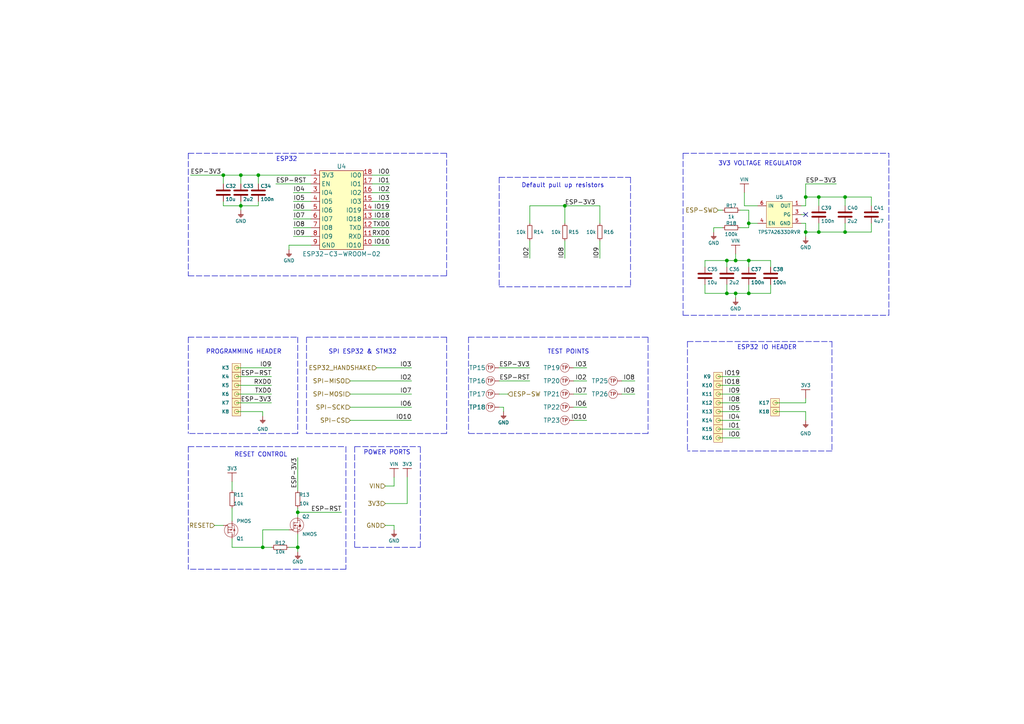
<source format=kicad_sch>
(kicad_sch (version 20211123) (generator eeschema)

  (uuid e45a792a-473a-4ad4-991e-8eeee42b04d3)

  (paper "A4")

  (title_block
    (title "Soldered Inkplate 6 MOTION")
    (date "2024-05-22")
    (rev "V2.1.0.")
    (company "Soldered Electronics")
    (comment 1 "333321")
  )

  (lib_symbols
    (symbol "e-radionica.com schematics:0603C" (pin_numbers hide) (pin_names (offset 0.002)) (in_bom yes) (on_board yes)
      (property "Reference" "C" (id 0) (at 0 3.81 0)
        (effects (font (size 1 1)))
      )
      (property "Value" "0603C" (id 1) (at 0 -3.175 0)
        (effects (font (size 1 1)))
      )
      (property "Footprint" "e-radionica.com footprinti:0603C" (id 2) (at 0.635 -4.445 0)
        (effects (font (size 1 1)) hide)
      )
      (property "Datasheet" "" (id 3) (at 0 0 0)
        (effects (font (size 1 1)) hide)
      )
      (symbol "0603C_0_1"
        (polyline
          (pts
            (xy -0.635 1.905)
            (xy -0.635 -1.905)
          )
          (stroke (width 0.5) (type default) (color 0 0 0 0))
          (fill (type none))
        )
        (polyline
          (pts
            (xy 0.635 1.905)
            (xy 0.635 -1.905)
          )
          (stroke (width 0.5) (type default) (color 0 0 0 0))
          (fill (type none))
        )
      )
      (symbol "0603C_1_1"
        (pin passive line (at -2.54 0 0) (length 1.9)
          (name "~" (effects (font (size 1.27 1.27))))
          (number "1" (effects (font (size 1.27 1.27))))
        )
        (pin passive line (at 2.54 0 180) (length 1.9)
          (name "~" (effects (font (size 1.27 1.27))))
          (number "2" (effects (font (size 1.27 1.27))))
        )
      )
    )
    (symbol "e-radionica.com schematics:0603R" (pin_numbers hide) (pin_names (offset 0.254)) (in_bom yes) (on_board yes)
      (property "Reference" "R" (id 0) (at 0 1.27 0)
        (effects (font (size 1 1)))
      )
      (property "Value" "0603R" (id 1) (at 0 -1.905 0)
        (effects (font (size 1 1)))
      )
      (property "Footprint" "e-radionica.com footprinti:0603R" (id 2) (at 0 -3.81 0)
        (effects (font (size 1 1)) hide)
      )
      (property "Datasheet" "" (id 3) (at -0.635 1.905 0)
        (effects (font (size 1 1)) hide)
      )
      (symbol "0603R_0_1"
        (rectangle (start -1.905 0.635) (end 1.905 -0.635)
          (stroke (width 0.15) (type default) (color 0 0 0 0))
          (fill (type none))
        )
      )
      (symbol "0603R_1_1"
        (pin passive line (at -2.54 0 0) (length 0.63)
          (name "~" (effects (font (size 1.27 1.27))))
          (number "1" (effects (font (size 1.27 1.27))))
        )
        (pin passive line (at 2.54 0 180) (length 0.63)
          (name "~" (effects (font (size 1.27 1.27))))
          (number "2" (effects (font (size 1.27 1.27))))
        )
      )
    )
    (symbol "e-radionica.com schematics:1206C" (pin_numbers hide) (in_bom yes) (on_board yes)
      (property "Reference" "C" (id 0) (at 0 3.81 0)
        (effects (font (size 1 1)))
      )
      (property "Value" "1206C" (id 1) (at 0 -3.175 0)
        (effects (font (size 1 1)))
      )
      (property "Footprint" "e-radionica.com footprinti:1206C" (id 2) (at 0 -5.08 0)
        (effects (font (size 1 1)) hide)
      )
      (property "Datasheet" "" (id 3) (at 0 0 0)
        (effects (font (size 1 1)) hide)
      )
      (symbol "1206C_0_1"
        (polyline
          (pts
            (xy -0.635 1.905)
            (xy -0.635 -1.905)
          )
          (stroke (width 0.5) (type default) (color 0 0 0 0))
          (fill (type none))
        )
        (polyline
          (pts
            (xy 0.635 1.905)
            (xy 0.635 -1.905)
          )
          (stroke (width 0.5) (type default) (color 0 0 0 0))
          (fill (type none))
        )
      )
      (symbol "1206C_1_1"
        (pin passive line (at -2.54 0 0) (length 1.9)
          (name "~" (effects (font (size 1.27 1.27))))
          (number "1" (effects (font (size 1.27 1.27))))
        )
        (pin passive line (at 2.54 0 180) (length 1.9)
          (name "~" (effects (font (size 1.27 1.27))))
          (number "2" (effects (font (size 1.27 1.27))))
        )
      )
    )
    (symbol "e-radionica.com schematics:3V3" (power) (pin_names (offset 0)) (in_bom yes) (on_board yes)
      (property "Reference" "#PWR" (id 0) (at 4.445 0 0)
        (effects (font (size 1 1)) hide)
      )
      (property "Value" "3V3" (id 1) (at 0 3.556 0)
        (effects (font (size 1 1)))
      )
      (property "Footprint" "" (id 2) (at 4.445 3.81 0)
        (effects (font (size 1 1)) hide)
      )
      (property "Datasheet" "" (id 3) (at 4.445 3.81 0)
        (effects (font (size 1 1)) hide)
      )
      (property "ki_keywords" "power-flag" (id 4) (at 0 0 0)
        (effects (font (size 1.27 1.27)) hide)
      )
      (property "ki_description" "Power symbol creates a global label with name \"3V3\"" (id 5) (at 0 0 0)
        (effects (font (size 1.27 1.27)) hide)
      )
      (symbol "3V3_0_1"
        (polyline
          (pts
            (xy -1.27 2.54)
            (xy 1.27 2.54)
          )
          (stroke (width 0.16) (type default) (color 0 0 0 0))
          (fill (type none))
        )
        (polyline
          (pts
            (xy 0 0)
            (xy 0 2.54)
          )
          (stroke (width 0) (type default) (color 0 0 0 0))
          (fill (type none))
        )
      )
      (symbol "3V3_1_1"
        (pin power_in line (at 0 0 90) (length 0) hide
          (name "3V3" (effects (font (size 1.27 1.27))))
          (number "1" (effects (font (size 1.27 1.27))))
        )
      )
    )
    (symbol "e-radionica.com schematics:ESP32-C3-WROOM-02" (in_bom yes) (on_board yes)
      (property "Reference" "U" (id 0) (at 0 12.7 0)
        (effects (font (size 1.27 1.27)))
      )
      (property "Value" "ESP32-C3-WROOM-02" (id 1) (at 0 -12.7 0)
        (effects (font (size 1.27 1.27)))
      )
      (property "Footprint" "e-radionica.com footprinti:ESP32-C3-WROOM-02" (id 2) (at 0 -15.24 0)
        (effects (font (size 1.27 1.27)) hide)
      )
      (property "Datasheet" "" (id 3) (at 0 0 0)
        (effects (font (size 1.27 1.27)) hide)
      )
      (property "ki_keywords" "ESP32-C3 ESP32" (id 4) (at 0 0 0)
        (effects (font (size 1.27 1.27)) hide)
      )
      (property "ki_description" " " (id 5) (at 0 0 0)
        (effects (font (size 1.27 1.27)) hide)
      )
      (symbol "ESP32-C3-WROOM-02_0_1"
        (rectangle (start -6.35 11.43) (end 6.35 -11.43)
          (stroke (width 0.15) (type default) (color 0 0 0 0))
          (fill (type background))
        )
      )
      (symbol "ESP32-C3-WROOM-02_1_1"
        (pin passive line (at -8.89 10.16 0) (length 2.54)
          (name "3V3" (effects (font (size 1.27 1.27))))
          (number "1" (effects (font (size 1.27 1.27))))
        )
        (pin passive line (at 8.89 -10.16 180) (length 2.54)
          (name "IO10" (effects (font (size 1.27 1.27))))
          (number "10" (effects (font (size 1.27 1.27))))
        )
        (pin passive line (at 8.89 -7.62 180) (length 2.54)
          (name "RXD" (effects (font (size 1.27 1.27))))
          (number "11" (effects (font (size 1.27 1.27))))
        )
        (pin passive line (at 8.89 -5.08 180) (length 2.54)
          (name "TXD" (effects (font (size 1.27 1.27))))
          (number "12" (effects (font (size 1.27 1.27))))
        )
        (pin passive line (at 8.89 -2.54 180) (length 2.54)
          (name "IO18" (effects (font (size 1.27 1.27))))
          (number "13" (effects (font (size 1.27 1.27))))
        )
        (pin passive line (at 8.89 0 180) (length 2.54)
          (name "IO19" (effects (font (size 1.27 1.27))))
          (number "14" (effects (font (size 1.27 1.27))))
        )
        (pin passive line (at 8.89 2.54 180) (length 2.54)
          (name "IO3" (effects (font (size 1.27 1.27))))
          (number "15" (effects (font (size 1.27 1.27))))
        )
        (pin passive line (at 8.89 5.08 180) (length 2.54)
          (name "IO2" (effects (font (size 1.27 1.27))))
          (number "16" (effects (font (size 1.27 1.27))))
        )
        (pin passive line (at 8.89 7.62 180) (length 2.54)
          (name "IO1" (effects (font (size 1.27 1.27))))
          (number "17" (effects (font (size 1.27 1.27))))
        )
        (pin passive line (at 8.89 10.16 180) (length 2.54)
          (name "IO0" (effects (font (size 1.27 1.27))))
          (number "18" (effects (font (size 1.27 1.27))))
        )
        (pin passive line (at -8.89 7.62 0) (length 2.54)
          (name "EN" (effects (font (size 1.27 1.27))))
          (number "2" (effects (font (size 1.27 1.27))))
        )
        (pin passive line (at -8.89 5.08 0) (length 2.54)
          (name "IO4" (effects (font (size 1.27 1.27))))
          (number "3" (effects (font (size 1.27 1.27))))
        )
        (pin passive line (at -8.89 2.54 0) (length 2.54)
          (name "IO5" (effects (font (size 1.27 1.27))))
          (number "4" (effects (font (size 1.27 1.27))))
        )
        (pin passive line (at -8.89 0 0) (length 2.54)
          (name "IO6" (effects (font (size 1.27 1.27))))
          (number "5" (effects (font (size 1.27 1.27))))
        )
        (pin passive line (at -8.89 -2.54 0) (length 2.54)
          (name "IO7" (effects (font (size 1.27 1.27))))
          (number "6" (effects (font (size 1.27 1.27))))
        )
        (pin passive line (at -8.89 -5.08 0) (length 2.54)
          (name "IO8" (effects (font (size 1.27 1.27))))
          (number "7" (effects (font (size 1.27 1.27))))
        )
        (pin passive line (at -8.89 -7.62 0) (length 2.54)
          (name "IO9" (effects (font (size 1.27 1.27))))
          (number "8" (effects (font (size 1.27 1.27))))
        )
        (pin passive line (at -8.89 -10.16 0) (length 2.54)
          (name "GND" (effects (font (size 1.27 1.27))))
          (number "9" (effects (font (size 1.27 1.27))))
        )
      )
    )
    (symbol "e-radionica.com schematics:GND" (power) (pin_names (offset 0)) (in_bom yes) (on_board yes)
      (property "Reference" "#PWR" (id 0) (at 4.445 0 0)
        (effects (font (size 1 1)) hide)
      )
      (property "Value" "GND" (id 1) (at 0 -2.921 0)
        (effects (font (size 1 1)))
      )
      (property "Footprint" "" (id 2) (at 4.445 3.81 0)
        (effects (font (size 1 1)) hide)
      )
      (property "Datasheet" "" (id 3) (at 4.445 3.81 0)
        (effects (font (size 1 1)) hide)
      )
      (property "ki_keywords" "power-flag" (id 4) (at 0 0 0)
        (effects (font (size 1.27 1.27)) hide)
      )
      (property "ki_description" "Power symbol creates a global label with name \"GND\"" (id 5) (at 0 0 0)
        (effects (font (size 1.27 1.27)) hide)
      )
      (symbol "GND_0_1"
        (polyline
          (pts
            (xy -0.762 -1.27)
            (xy 0.762 -1.27)
          )
          (stroke (width 0.16) (type default) (color 0 0 0 0))
          (fill (type none))
        )
        (polyline
          (pts
            (xy -0.635 -1.524)
            (xy 0.635 -1.524)
          )
          (stroke (width 0.16) (type default) (color 0 0 0 0))
          (fill (type none))
        )
        (polyline
          (pts
            (xy -0.381 -1.778)
            (xy 0.381 -1.778)
          )
          (stroke (width 0.16) (type default) (color 0 0 0 0))
          (fill (type none))
        )
        (polyline
          (pts
            (xy -0.127 -2.032)
            (xy 0.127 -2.032)
          )
          (stroke (width 0.16) (type default) (color 0 0 0 0))
          (fill (type none))
        )
        (polyline
          (pts
            (xy 0 0)
            (xy 0 -1.27)
          )
          (stroke (width 0.16) (type default) (color 0 0 0 0))
          (fill (type none))
        )
      )
      (symbol "GND_1_1"
        (pin power_in line (at 0 0 270) (length 0) hide
          (name "GND" (effects (font (size 1.27 1.27))))
          (number "1" (effects (font (size 1.27 1.27))))
        )
      )
    )
    (symbol "e-radionica.com schematics:HEADER_MALE_1X1_Inkplate" (pin_numbers hide) (pin_names hide) (in_bom yes) (on_board yes)
      (property "Reference" "K" (id 0) (at 0 2.54 0)
        (effects (font (size 1 1)))
      )
      (property "Value" "HEADER_MALE_1X1_Inkplate" (id 1) (at 0 -2.54 0)
        (effects (font (size 1 1)))
      )
      (property "Footprint" "e-radionica.com footprinti:HEADER_MALE_1X1_Inkplate" (id 2) (at 0 -5.08 0)
        (effects (font (size 1 1)) hide)
      )
      (property "Datasheet" "" (id 3) (at 0 0 0)
        (effects (font (size 1 1)) hide)
      )
      (symbol "HEADER_MALE_1X1_Inkplate_0_1"
        (rectangle (start -1.27 1.27) (end 1.27 -1.27)
          (stroke (width 0.001) (type default) (color 0 0 0 0))
          (fill (type background))
        )
        (circle (center 0 0) (radius 0.635)
          (stroke (width 0.0006) (type default) (color 0 0 0 0))
          (fill (type none))
        )
      )
      (symbol "HEADER_MALE_1X1_Inkplate_1_1"
        (pin passive line (at 0 0 180) (length 0)
          (name "~" (effects (font (size 1 1))))
          (number "1" (effects (font (size 1 1))))
        )
      )
    )
    (symbol "e-radionica.com schematics:NMOS-SOT-23-3" (pin_numbers hide) (pin_names hide) (in_bom yes) (on_board yes)
      (property "Reference" "Q" (id 0) (at -1.143 2.921 0)
        (effects (font (size 1 1)))
      )
      (property "Value" "NMOS-SOT-23-3" (id 1) (at 1.524 -3.937 0)
        (effects (font (size 1 1)))
      )
      (property "Footprint" "e-radionica.com footprinti:SOT-23-3" (id 2) (at 0 -7.62 0)
        (effects (font (size 1 1)) hide)
      )
      (property "Datasheet" "" (id 3) (at 0 0 0)
        (effects (font (size 1 1)) hide)
      )
      (symbol "NMOS-SOT-23-3_0_1"
        (polyline
          (pts
            (xy 0 -1.27)
            (xy 0 1.016)
          )
          (stroke (width 0.1) (type default) (color 0 0 0 0))
          (fill (type none))
        )
        (polyline
          (pts
            (xy 0.254 -1.016)
            (xy 0.254 -0.508)
          )
          (stroke (width 0.1) (type default) (color 0 0 0 0))
          (fill (type none))
        )
        (polyline
          (pts
            (xy 0.254 -0.762)
            (xy 1.27 -0.762)
          )
          (stroke (width 0.1) (type default) (color 0 0 0 0))
          (fill (type none))
        )
        (polyline
          (pts
            (xy 0.254 -0.254)
            (xy 0.254 0.254)
          )
          (stroke (width 0.1) (type default) (color 0 0 0 0))
          (fill (type none))
        )
        (polyline
          (pts
            (xy 0.254 0.762)
            (xy 1.27 0.762)
          )
          (stroke (width 0.1) (type default) (color 0 0 0 0))
          (fill (type none))
        )
        (polyline
          (pts
            (xy 0.254 1.016)
            (xy 0.254 0.508)
          )
          (stroke (width 0.1) (type default) (color 0 0 0 0))
          (fill (type none))
        )
        (polyline
          (pts
            (xy 1.27 -1.27)
            (xy 1.27 -0.762)
          )
          (stroke (width 0.1) (type default) (color 0 0 0 0))
          (fill (type none))
        )
        (polyline
          (pts
            (xy 1.27 0.762)
            (xy 1.27 1.27)
          )
          (stroke (width 0.1) (type default) (color 0 0 0 0))
          (fill (type none))
        )
        (polyline
          (pts
            (xy 1.651 -0.254)
            (xy 1.905 0.127)
          )
          (stroke (width 0.2) (type default) (color 0 0 0 0))
          (fill (type none))
        )
        (polyline
          (pts
            (xy 1.651 0.127)
            (xy 2.159 0.127)
          )
          (stroke (width 0.0006) (type default) (color 0 0 0 0))
          (fill (type none))
        )
        (polyline
          (pts
            (xy 0.254 0)
            (xy 1.27 0)
            (xy 1.27 -0.762)
          )
          (stroke (width 0.1) (type default) (color 0 0 0 0))
          (fill (type none))
        )
        (polyline
          (pts
            (xy 1.651 -0.254)
            (xy 2.159 -0.254)
            (xy 1.905 0.127)
          )
          (stroke (width 0.2) (type default) (color 0 0 0 0))
          (fill (type none))
        )
        (polyline
          (pts
            (xy 0.381 0)
            (xy 0.635 0.254)
            (xy 0.635 -0.254)
            (xy 0.381 0)
          )
          (stroke (width 0.1) (type default) (color 0 0 0 0))
          (fill (type none))
        )
        (polyline
          (pts
            (xy 1.27 -1.27)
            (xy 1.905 -1.27)
            (xy 1.905 1.524)
            (xy 1.27 1.524)
          )
          (stroke (width 0.1) (type default) (color 0 0 0 0))
          (fill (type none))
        )
        (circle (center 1.016 0.127) (radius 1.9716)
          (stroke (width 0.1) (type default) (color 0 0 0 0))
          (fill (type none))
        )
      )
      (symbol "NMOS-SOT-23-3_1_1"
        (pin passive line (at -1.27 -1.27 0) (length 1.27)
          (name "G" (effects (font (size 1 1))))
          (number "1" (effects (font (size 1 1))))
        )
        (pin passive line (at 1.27 -2.54 90) (length 1.27)
          (name "S" (effects (font (size 1 1))))
          (number "2" (effects (font (size 1 1))))
        )
        (pin passive line (at 1.27 2.54 270) (length 1.27)
          (name "D" (effects (font (size 1 1))))
          (number "3" (effects (font (size 1 1))))
        )
      )
    )
    (symbol "e-radionica.com schematics:PMOS-SOT-23-3" (pin_numbers hide) (pin_names hide) (in_bom yes) (on_board yes)
      (property "Reference" "Q" (id 0) (at -1.27 2.54 0)
        (effects (font (size 1 1)))
      )
      (property "Value" "PMOS-SOT-23-3" (id 1) (at 0.381 -4.064 0)
        (effects (font (size 1 1)))
      )
      (property "Footprint" "e-radionica.com footprinti:SOT-23-3" (id 2) (at 1.27 -7.62 0)
        (effects (font (size 1 1)) hide)
      )
      (property "Datasheet" "" (id 3) (at 0 0 0)
        (effects (font (size 1 1)) hide)
      )
      (symbol "PMOS-SOT-23-3_0_1"
        (polyline
          (pts
            (xy 0 -1.27)
            (xy 0 1.016)
          )
          (stroke (width 0.1) (type default) (color 0 0 0 0))
          (fill (type none))
        )
        (polyline
          (pts
            (xy 0.254 -1.016)
            (xy 0.254 -0.508)
          )
          (stroke (width 0.1) (type default) (color 0 0 0 0))
          (fill (type none))
        )
        (polyline
          (pts
            (xy 0.254 -0.762)
            (xy 1.27 -0.762)
          )
          (stroke (width 0.1) (type default) (color 0 0 0 0))
          (fill (type none))
        )
        (polyline
          (pts
            (xy 0.254 -0.254)
            (xy 0.254 0.254)
          )
          (stroke (width 0.1) (type default) (color 0 0 0 0))
          (fill (type none))
        )
        (polyline
          (pts
            (xy 0.254 0.762)
            (xy 1.27 0.762)
          )
          (stroke (width 0.1) (type default) (color 0 0 0 0))
          (fill (type none))
        )
        (polyline
          (pts
            (xy 0.254 1.016)
            (xy 0.254 0.508)
          )
          (stroke (width 0.1) (type default) (color 0 0 0 0))
          (fill (type none))
        )
        (polyline
          (pts
            (xy 1.27 -1.27)
            (xy 1.27 -0.762)
          )
          (stroke (width 0.1) (type default) (color 0 0 0 0))
          (fill (type none))
        )
        (polyline
          (pts
            (xy 1.27 0.762)
            (xy 1.27 1.27)
          )
          (stroke (width 0.1) (type default) (color 0 0 0 0))
          (fill (type none))
        )
        (polyline
          (pts
            (xy 2.159 -0.127)
            (xy 1.651 -0.127)
          )
          (stroke (width 0.1) (type default) (color 0 0 0 0))
          (fill (type none))
        )
        (polyline
          (pts
            (xy 2.159 0.254)
            (xy 1.905 -0.127)
          )
          (stroke (width 0.1) (type default) (color 0 0 0 0))
          (fill (type none))
        )
        (polyline
          (pts
            (xy 0.254 0)
            (xy 1.27 0)
            (xy 1.27 -0.762)
          )
          (stroke (width 0.1) (type default) (color 0 0 0 0))
          (fill (type none))
        )
        (polyline
          (pts
            (xy 2.159 0.254)
            (xy 1.651 0.254)
            (xy 1.905 -0.127)
          )
          (stroke (width 0.1) (type default) (color 0 0 0 0))
          (fill (type none))
        )
        (polyline
          (pts
            (xy 1.143 0)
            (xy 0.889 -0.254)
            (xy 0.889 0.254)
            (xy 1.143 0)
          )
          (stroke (width 0.1) (type default) (color 0 0 0 0))
          (fill (type none))
        )
        (polyline
          (pts
            (xy 1.27 -1.27)
            (xy 1.905 -1.27)
            (xy 1.905 1.524)
            (xy 1.27 1.524)
          )
          (stroke (width 0.1) (type default) (color 0 0 0 0))
          (fill (type none))
        )
        (circle (center 1.016 0.127) (radius 1.9716)
          (stroke (width 0.1) (type default) (color 0 0 0 0))
          (fill (type none))
        )
      )
      (symbol "PMOS-SOT-23-3_1_1"
        (pin passive line (at -1.27 -1.27 0) (length 1.27)
          (name "G" (effects (font (size 1 1))))
          (number "1" (effects (font (size 1 1))))
        )
        (pin passive line (at 1.27 -2.54 90) (length 1.27)
          (name "S" (effects (font (size 1 1))))
          (number "2" (effects (font (size 1 1))))
        )
        (pin passive line (at 1.27 2.54 270) (length 1.27)
          (name "D" (effects (font (size 1 1))))
          (number "3" (effects (font (size 1 1))))
        )
      )
    )
    (symbol "e-radionica.com schematics:TPS7A2633DRVR" (in_bom yes) (on_board yes)
      (property "Reference" "U" (id 0) (at -3.175 5.08 0)
        (effects (font (size 1 1)))
      )
      (property "Value" "TPS7A2633DRVR" (id 1) (at 0 -5.08 0)
        (effects (font (size 1 1)))
      )
      (property "Footprint" "e-radionica.com footprinti:TPS7A2633DRVR" (id 2) (at 0 -6.35 0)
        (effects (font (size 1 1)) hide)
      )
      (property "Datasheet" "" (id 3) (at 3.175 0 0)
        (effects (font (size 1 1)) hide)
      )
      (symbol "TPS7A2633DRVR_0_1"
        (rectangle (start -3.81 3.81) (end 3.81 -3.81)
          (stroke (width 0.01) (type default) (color 0 0 0 0))
          (fill (type background))
        )
      )
      (symbol "TPS7A2633DRVR_1_1"
        (pin passive line (at 6.35 2.54 180) (length 2.54)
          (name "OUT" (effects (font (size 1 1))))
          (number "1" (effects (font (size 1 1))))
        )
        (pin passive line (at 6.35 0 180) (length 2.54)
          (name "PG" (effects (font (size 1 1))))
          (number "3" (effects (font (size 1 1))))
        )
        (pin passive line (at -6.35 -2.54 0) (length 2.54)
          (name "EN" (effects (font (size 1 1))))
          (number "4" (effects (font (size 1 1))))
        )
        (pin passive line (at 6.35 -2.54 180) (length 2.54)
          (name "GND" (effects (font (size 1 1))))
          (number "5" (effects (font (size 1 1))))
        )
        (pin passive line (at -6.35 2.54 0) (length 2.54)
          (name "IN" (effects (font (size 1 1))))
          (number "6" (effects (font (size 1 1))))
        )
      )
    )
    (symbol "e-radionica.com schematics:Test_Point_SMD_0.8mm" (pin_numbers hide) (pin_names hide) (in_bom yes) (on_board yes)
      (property "Reference" "TP" (id 0) (at 0 2.54 0)
        (effects (font (size 1.27 1.27)))
      )
      (property "Value" "Test_Point_SMD_0.8mm" (id 1) (at 0 -2.54 0)
        (effects (font (size 1.27 1.27)) hide)
      )
      (property "Footprint" "e-radionica.com footprinti:Test_Point_SMD_0.8mm" (id 2) (at -1.27 -5.08 0)
        (effects (font (size 1.27 1.27)) hide)
      )
      (property "Datasheet" "" (id 3) (at -0.635 0 0)
        (effects (font (size 1.27 1.27)) hide)
      )
      (symbol "Test_Point_SMD_0.8mm_0_0"
        (text "TP" (at 0 0 0)
          (effects (font (size 1 1)))
        )
      )
      (symbol "Test_Point_SMD_0.8mm_0_1"
        (circle (center 0 0) (radius 1.27)
          (stroke (width 0.1) (type default) (color 0 0 0 0))
          (fill (type none))
        )
      )
      (symbol "Test_Point_SMD_0.8mm_1_1"
        (pin passive line (at 2.54 0 180) (length 1.27)
          (name "~" (effects (font (size 1 1))))
          (number "TP" (effects (font (size 1 1))))
        )
      )
    )
    (symbol "e-radionica.com schematics:VIN" (power) (pin_names (offset 0)) (in_bom yes) (on_board yes)
      (property "Reference" "#PWR" (id 0) (at 4.445 0 0)
        (effects (font (size 1 1)) hide)
      )
      (property "Value" "VIN" (id 1) (at 0 3.556 0)
        (effects (font (size 1 1)))
      )
      (property "Footprint" "" (id 2) (at 4.445 3.81 0)
        (effects (font (size 1 1)) hide)
      )
      (property "Datasheet" "" (id 3) (at 4.445 3.81 0)
        (effects (font (size 1 1)) hide)
      )
      (property "ki_keywords" "power-flag" (id 4) (at 0 0 0)
        (effects (font (size 1.27 1.27)) hide)
      )
      (property "ki_description" "Power symbol creates a global label with name \"VIN\"" (id 5) (at 0 0 0)
        (effects (font (size 1.27 1.27)) hide)
      )
      (symbol "VIN_0_1"
        (polyline
          (pts
            (xy -1.27 2.54)
            (xy 1.27 2.54)
          )
          (stroke (width 0.16) (type default) (color 0 0 0 0))
          (fill (type none))
        )
        (polyline
          (pts
            (xy 0 0)
            (xy 0 2.54)
          )
          (stroke (width 0) (type default) (color 0 0 0 0))
          (fill (type none))
        )
      )
      (symbol "VIN_1_1"
        (pin power_in line (at 0 0 90) (length 0) hide
          (name "VIN" (effects (font (size 1.27 1.27))))
          (number "1" (effects (font (size 1.27 1.27))))
        )
      )
    )
  )

  (junction (at 245.11 67.31) (diameter 0) (color 0 0 0 0)
    (uuid 03f7e374-be4e-4fa3-8131-ff0556955a60)
  )
  (junction (at 217.17 75.565) (diameter 0) (color 0 0 0 0)
    (uuid 1e2b81c4-7af6-428a-9e0f-9213bb5cf73a)
  )
  (junction (at 213.36 85.09) (diameter 0.9144) (color 0 0 0 0)
    (uuid 235db569-6846-412f-8bd1-334cd8744683)
  )
  (junction (at 237.49 57.15) (diameter 0.9144) (color 0 0 0 0)
    (uuid 2e2edc46-fd49-4d46-b1b5-816eab2c9b99)
  )
  (junction (at 163.83 59.69) (diameter 0) (color 0 0 0 0)
    (uuid 493f8618-3aab-4c96-ae70-7012ead03985)
  )
  (junction (at 76.2 158.75) (diameter 0) (color 0 0 0 0)
    (uuid 50484796-ac9e-4fc8-a857-6d23e43d53f6)
  )
  (junction (at 86.36 158.75) (diameter 0) (color 0 0 0 0)
    (uuid 581eaced-698b-4be7-95ca-ab7028dcf076)
  )
  (junction (at 213.36 75.565) (diameter 0.9144) (color 0 0 0 0)
    (uuid 616caaba-27aa-4d7b-a57e-2381396ce697)
  )
  (junction (at 237.49 67.31) (diameter 0.9144) (color 0 0 0 0)
    (uuid 6cf6346b-2202-403e-a476-b89fbdedf62a)
  )
  (junction (at 245.11 57.15) (diameter 0) (color 0 0 0 0)
    (uuid 6fea52d9-b7eb-4ddc-9dec-8c0a68a2fed8)
  )
  (junction (at 86.36 148.59) (diameter 0) (color 0 0 0 0)
    (uuid 712eb469-05dc-4d72-8d1c-9e885cc7abcb)
  )
  (junction (at 69.85 59.69) (diameter 0) (color 0 0 0 0)
    (uuid 72a95b8f-7064-4afc-a86b-9e6681034e4b)
  )
  (junction (at 217.17 64.77) (diameter 0) (color 0 0 0 0)
    (uuid 756984c7-f209-4cc7-bde6-69c53f40c395)
  )
  (junction (at 210.82 85.09) (diameter 0.9144) (color 0 0 0 0)
    (uuid 8621da7b-cdd1-4c84-be3e-4ca7cf9c42a8)
  )
  (junction (at 217.17 85.09) (diameter 0) (color 0 0 0 0)
    (uuid 8d600a1b-312b-423b-ae1b-8a33d44a45e0)
  )
  (junction (at 64.77 50.8) (diameter 0) (color 0 0 0 0)
    (uuid a5a43a7f-8279-47ca-9df9-4a60bf42f518)
  )
  (junction (at 69.85 50.8) (diameter 0) (color 0 0 0 0)
    (uuid b5fbd55e-4174-4a69-a65a-a317c6b4d852)
  )
  (junction (at 233.68 57.15) (diameter 0.9144) (color 0 0 0 0)
    (uuid b757debd-b30b-4ee9-9c7c-be602149cf2c)
  )
  (junction (at 233.68 67.31) (diameter 0.9144) (color 0 0 0 0)
    (uuid c9ee3016-973f-48c0-88b5-631c0be92822)
  )
  (junction (at 74.93 50.8) (diameter 0) (color 0 0 0 0)
    (uuid df81d5b1-888f-4ff1-b23d-daee3d9a399d)
  )
  (junction (at 210.82 75.565) (diameter 0.9144) (color 0 0 0 0)
    (uuid e69f5b47-602b-4c50-937e-f4d2e41c7724)
  )

  (no_connect (at 233.68 62.23) (uuid 289d2750-41c0-47da-b7b9-128e360d5142))

  (wire (pts (xy 114.3 152.4) (xy 114.3 153.67))
    (stroke (width 0) (type default) (color 0 0 0 0))
    (uuid 0033cfa2-0b18-430f-8696-0048d6b0c355)
  )
  (wire (pts (xy 153.67 59.69) (xy 163.83 59.69))
    (stroke (width 0) (type default) (color 0 0 0 0))
    (uuid 0164b4b4-675a-4e07-9b51-496e5f9528ee)
  )
  (wire (pts (xy 214.63 116.84) (xy 208.28 116.84))
    (stroke (width 0) (type default) (color 0 0 0 0))
    (uuid 01f6226f-0ff7-4098-9fdd-e38f13a142dd)
  )
  (polyline (pts (xy 54.61 44.45) (xy 129.54 44.45))
    (stroke (width 0) (type default) (color 0 0 0 0))
    (uuid 02752f66-feac-4c9b-8012-ff9ae732b50b)
  )

  (wire (pts (xy 76.2 119.38) (xy 76.2 120.65))
    (stroke (width 0) (type default) (color 0 0 0 0))
    (uuid 03bfaaff-6eec-4556-a7da-76e1a9f702d2)
  )
  (wire (pts (xy 83.82 158.75) (xy 86.36 158.75))
    (stroke (width 0) (type default) (color 0 0 0 0))
    (uuid 04fe2d3c-5e73-426b-b6a1-cbe9dab6103b)
  )
  (polyline (pts (xy 198.12 44.45) (xy 257.81 44.45))
    (stroke (width 0) (type dash) (color 0 0 0 0))
    (uuid 0611de6d-8e7e-41bd-b82f-7faf8391a0af)
  )
  (polyline (pts (xy 102.87 129.54) (xy 102.87 158.75))
    (stroke (width 0) (type default) (color 0 0 0 0))
    (uuid 0671fe2c-4d2a-4ddb-849f-9250cbc0774a)
  )
  (polyline (pts (xy 54.61 44.45) (xy 54.61 80.01))
    (stroke (width 0) (type default) (color 0 0 0 0))
    (uuid 07619163-d688-455c-8540-2f86b2e4862d)
  )

  (wire (pts (xy 233.68 59.69) (xy 232.41 59.69))
    (stroke (width 0) (type solid) (color 0 0 0 0))
    (uuid 076f9455-ac49-4735-a34c-fb83eebfc72e)
  )
  (wire (pts (xy 86.36 148.59) (xy 99.06 148.59))
    (stroke (width 0) (type default) (color 0 0 0 0))
    (uuid 0933cc47-3eb0-4e4e-8a2d-aeed1b08292b)
  )
  (polyline (pts (xy 100.33 165.1) (xy 54.61 165.1))
    (stroke (width 0) (type default) (color 0 0 0 0))
    (uuid 09b45195-120d-421c-8b82-3064dab2d77c)
  )

  (wire (pts (xy 252.73 67.31) (xy 245.11 67.31))
    (stroke (width 0) (type default) (color 0 0 0 0))
    (uuid 09de45ee-e521-4127-b06d-0255579ecfe0)
  )
  (wire (pts (xy 252.73 59.69) (xy 252.73 57.15))
    (stroke (width 0) (type default) (color 0 0 0 0))
    (uuid 0aff43d1-e2da-4950-bee9-d5df179a7c62)
  )
  (wire (pts (xy 111.76 152.4) (xy 114.3 152.4))
    (stroke (width 0) (type default) (color 0 0 0 0))
    (uuid 0f5efee8-8caa-44e4-947b-f4c7cd39f3ab)
  )
  (wire (pts (xy 109.22 106.68) (xy 119.38 106.68))
    (stroke (width 0) (type default) (color 0 0 0 0))
    (uuid 1085c630-5070-40cb-b324-3368737dd1ee)
  )
  (wire (pts (xy 207.01 66.04) (xy 207.01 67.31))
    (stroke (width 0) (type default) (color 0 0 0 0))
    (uuid 12f52236-148c-4064-84fe-f79c6ed2f6ec)
  )
  (wire (pts (xy 118.11 138.43) (xy 118.11 146.05))
    (stroke (width 0) (type default) (color 0 0 0 0))
    (uuid 1700495b-517c-460b-a507-f0acfe4c2064)
  )
  (wire (pts (xy 163.83 59.69) (xy 173.99 59.69))
    (stroke (width 0) (type default) (color 0 0 0 0))
    (uuid 17de1a0c-3539-4035-a527-1fc1e308275c)
  )
  (wire (pts (xy 214.63 66.04) (xy 217.17 66.04))
    (stroke (width 0) (type default) (color 0 0 0 0))
    (uuid 1bc04d62-791c-48b8-959a-d390653446e2)
  )
  (wire (pts (xy 232.41 62.23) (xy 233.68 62.23))
    (stroke (width 0) (type default) (color 0 0 0 0))
    (uuid 1c5b2dbb-b64d-42e5-ba69-02653bbed35e)
  )
  (wire (pts (xy 85.09 55.88) (xy 90.17 55.88))
    (stroke (width 0) (type default) (color 0 0 0 0))
    (uuid 1c7b7dac-c599-4870-ab5d-efddf95e4eeb)
  )
  (wire (pts (xy 245.11 67.31) (xy 237.49 67.31))
    (stroke (width 0) (type solid) (color 0 0 0 0))
    (uuid 1f843a81-0c31-44a7-bca4-cbb799aafa26)
  )
  (wire (pts (xy 67.31 139.7) (xy 67.31 142.24))
    (stroke (width 0) (type default) (color 0 0 0 0))
    (uuid 1fdb5f11-7567-4222-8aa3-b022f94501a8)
  )
  (wire (pts (xy 252.73 64.77) (xy 252.73 67.31))
    (stroke (width 0) (type default) (color 0 0 0 0))
    (uuid 20820cd0-41b1-44d9-9419-0247f99dbb61)
  )
  (wire (pts (xy 107.95 53.34) (xy 113.03 53.34))
    (stroke (width 0) (type default) (color 0 0 0 0))
    (uuid 20b8691b-419d-4438-aaca-bdfcc6291015)
  )
  (polyline (pts (xy 88.9 97.79) (xy 88.9 125.73))
    (stroke (width 0) (type default) (color 0 0 0 0))
    (uuid 2268d2b6-c2f0-42c2-bbcf-d2558f0004d7)
  )
  (polyline (pts (xy 100.33 129.54) (xy 100.33 165.1))
    (stroke (width 0) (type default) (color 0 0 0 0))
    (uuid 23c74eec-def4-4155-b626-b10689b588b0)
  )

  (wire (pts (xy 67.31 147.32) (xy 67.31 151.13))
    (stroke (width 0) (type default) (color 0 0 0 0))
    (uuid 244d9c7b-b03e-4e41-bc8a-d31021894fc8)
  )
  (wire (pts (xy 85.09 68.58) (xy 90.17 68.58))
    (stroke (width 0) (type default) (color 0 0 0 0))
    (uuid 246d7f92-870f-43cb-9fe7-f4abd3dcb554)
  )
  (polyline (pts (xy 86.36 97.79) (xy 86.36 125.73))
    (stroke (width 0) (type default) (color 0 0 0 0))
    (uuid 259b59ee-dd59-4d47-a268-c1349e1ce878)
  )

  (wire (pts (xy 86.36 154.94) (xy 86.36 158.75))
    (stroke (width 0) (type default) (color 0 0 0 0))
    (uuid 25b7ab08-359b-49c7-84ff-d8d00d21cae1)
  )
  (wire (pts (xy 237.49 67.31) (xy 233.68 67.31))
    (stroke (width 0) (type solid) (color 0 0 0 0))
    (uuid 27144b61-c439-474b-a589-036c9ca83c7a)
  )
  (wire (pts (xy 166.37 110.49) (xy 170.18 110.49))
    (stroke (width 0) (type default) (color 0 0 0 0))
    (uuid 28583aee-2eb0-4f4e-a357-a0f9839eda62)
  )
  (wire (pts (xy 166.37 118.11) (xy 170.18 118.11))
    (stroke (width 0) (type default) (color 0 0 0 0))
    (uuid 2c19d4d5-d3f0-42f6-adbb-eeaa0bbff731)
  )
  (wire (pts (xy 86.36 158.75) (xy 86.36 160.02))
    (stroke (width 0) (type default) (color 0 0 0 0))
    (uuid 2c243fcb-5ac3-4399-aae0-cef4e213dd0f)
  )
  (wire (pts (xy 224.79 116.84) (xy 233.68 116.84))
    (stroke (width 0) (type default) (color 0 0 0 0))
    (uuid 2c4f74d6-4759-45bc-b407-230f1eb03e4a)
  )
  (wire (pts (xy 173.99 59.69) (xy 173.99 64.77))
    (stroke (width 0) (type default) (color 0 0 0 0))
    (uuid 2cf8b3b3-fefd-45e4-90e8-91a858314760)
  )
  (wire (pts (xy 86.36 147.32) (xy 86.36 148.59))
    (stroke (width 0) (type default) (color 0 0 0 0))
    (uuid 2fad18d8-fc3d-4a51-ad0c-a06a78e4d3da)
  )
  (wire (pts (xy 215.9 55.88) (xy 215.9 59.69))
    (stroke (width 0) (type solid) (color 0 0 0 0))
    (uuid 31990eb6-79c2-447b-98a6-8a840a48b45d)
  )
  (wire (pts (xy 213.36 73.66) (xy 213.36 75.565))
    (stroke (width 0) (type solid) (color 0 0 0 0))
    (uuid 31aeb112-45f7-43a4-8b0c-158424f0d681)
  )
  (polyline (pts (xy 144.78 51.435) (xy 144.78 83.185))
    (stroke (width 0) (type dash) (color 0 0 0 0))
    (uuid 324c3291-4777-4770-89f9-65fd88fe5547)
  )

  (wire (pts (xy 69.85 59.69) (xy 69.85 60.96))
    (stroke (width 0) (type default) (color 0 0 0 0))
    (uuid 326b36d6-9c64-4be0-aea5-f212d59b6d2d)
  )
  (wire (pts (xy 107.95 60.96) (xy 113.03 60.96))
    (stroke (width 0) (type default) (color 0 0 0 0))
    (uuid 3641bfa2-6d64-48e6-beb6-41bd7614f834)
  )
  (wire (pts (xy 68.58 109.22) (xy 78.74 109.22))
    (stroke (width 0) (type default) (color 0 0 0 0))
    (uuid 378a051e-738f-4a54-968d-ce3556a1f4b5)
  )
  (wire (pts (xy 64.77 50.8) (xy 64.77 53.34))
    (stroke (width 0) (type default) (color 0 0 0 0))
    (uuid 378bb599-25bd-4409-b1e8-41a8fbf7749f)
  )
  (wire (pts (xy 101.6 110.49) (xy 119.38 110.49))
    (stroke (width 0) (type default) (color 0 0 0 0))
    (uuid 39355606-819b-41fd-a849-6087bdc5bd82)
  )
  (wire (pts (xy 223.52 75.565) (xy 223.52 77.47))
    (stroke (width 0) (type default) (color 0 0 0 0))
    (uuid 39441e58-8c5f-40ec-85dc-7b51e4dbf860)
  )
  (wire (pts (xy 83.82 153.67) (xy 76.2 153.67))
    (stroke (width 0) (type default) (color 0 0 0 0))
    (uuid 3a9051b2-a401-48d7-bf87-ed88088f8070)
  )
  (wire (pts (xy 223.52 82.55) (xy 223.52 85.09))
    (stroke (width 0) (type default) (color 0 0 0 0))
    (uuid 3a90a326-a7c3-4b91-b9c4-0cae2e18225d)
  )
  (wire (pts (xy 180.34 110.49) (xy 184.15 110.49))
    (stroke (width 0) (type default) (color 0 0 0 0))
    (uuid 3b72ff7d-6b4c-4f95-b623-fc044c5824e7)
  )
  (wire (pts (xy 233.68 57.15) (xy 233.68 59.69))
    (stroke (width 0) (type solid) (color 0 0 0 0))
    (uuid 3ba2e741-26ff-426b-a228-0004f969dee7)
  )
  (wire (pts (xy 114.3 140.97) (xy 114.3 138.43))
    (stroke (width 0) (type default) (color 0 0 0 0))
    (uuid 3d1b88c0-985c-4813-bf32-85d600e20860)
  )
  (wire (pts (xy 101.6 121.92) (xy 119.38 121.92))
    (stroke (width 0) (type default) (color 0 0 0 0))
    (uuid 3daad98a-6d3b-47ca-9d3e-6814e2f80de3)
  )
  (wire (pts (xy 214.63 121.92) (xy 208.28 121.92))
    (stroke (width 0) (type default) (color 0 0 0 0))
    (uuid 3e6821a6-caf0-44b5-902e-8268984b44ac)
  )
  (wire (pts (xy 214.63 111.76) (xy 208.28 111.76))
    (stroke (width 0) (type default) (color 0 0 0 0))
    (uuid 3eb06354-1d43-4882-9a79-9b6a93012318)
  )
  (wire (pts (xy 62.23 152.4) (xy 64.77 152.4))
    (stroke (width 0) (type default) (color 0 0 0 0))
    (uuid 3fcca841-b82a-4f14-8d95-78fa2dd14389)
  )
  (wire (pts (xy 74.93 50.8) (xy 74.93 53.34))
    (stroke (width 0) (type default) (color 0 0 0 0))
    (uuid 49f0e93c-13fb-4087-a56c-c4acfc824672)
  )
  (wire (pts (xy 107.95 66.04) (xy 113.03 66.04))
    (stroke (width 0) (type default) (color 0 0 0 0))
    (uuid 4a695d50-1b0f-4e0b-906e-604e9c972d5c)
  )
  (polyline (pts (xy 54.61 129.54) (xy 100.33 129.54))
    (stroke (width 0) (type default) (color 0 0 0 0))
    (uuid 4a8f8ab4-5abe-45b2-8955-d74af79c7dc3)
  )

  (wire (pts (xy 144.78 110.49) (xy 153.67 110.49))
    (stroke (width 0) (type default) (color 0 0 0 0))
    (uuid 4ad8390d-7b6f-49e0-8d49-3eb9ea78945f)
  )
  (wire (pts (xy 107.95 50.8) (xy 113.03 50.8))
    (stroke (width 0) (type default) (color 0 0 0 0))
    (uuid 4b26b0c1-cc36-442c-9033-3976502953f9)
  )
  (wire (pts (xy 85.09 58.42) (xy 90.17 58.42))
    (stroke (width 0) (type default) (color 0 0 0 0))
    (uuid 4bba4ebe-c7fb-4bb4-bc0e-fadcfab5c70d)
  )
  (wire (pts (xy 210.82 85.09) (xy 213.36 85.09))
    (stroke (width 0) (type solid) (color 0 0 0 0))
    (uuid 4c371518-7640-4ae5-a1b7-b38d1690a9ee)
  )
  (wire (pts (xy 233.68 53.34) (xy 242.57 53.34))
    (stroke (width 0) (type default) (color 0 0 0 0))
    (uuid 4d7f1976-745c-415a-94b5-2846b4121961)
  )
  (wire (pts (xy 107.95 71.12) (xy 113.03 71.12))
    (stroke (width 0) (type default) (color 0 0 0 0))
    (uuid 4e3de216-806e-4512-9a8b-02e04c3cb85f)
  )
  (polyline (pts (xy 182.88 51.435) (xy 182.88 83.185))
    (stroke (width 0) (type dash) (color 0 0 0 0))
    (uuid 4eb9dc01-84e4-470a-bddd-336f2206d841)
  )

  (wire (pts (xy 90.17 71.12) (xy 83.82 71.12))
    (stroke (width 0) (type default) (color 0 0 0 0))
    (uuid 50a39df7-e074-4af5-bdd0-e7a0065f1c3f)
  )
  (wire (pts (xy 146.05 118.11) (xy 144.78 118.11))
    (stroke (width 0) (type default) (color 0 0 0 0))
    (uuid 535d074a-08fc-42ce-8cb9-b3222b78c336)
  )
  (wire (pts (xy 163.83 59.69) (xy 163.83 64.77))
    (stroke (width 0) (type default) (color 0 0 0 0))
    (uuid 535fb71f-e603-4b1c-aa5e-1a6715822f45)
  )
  (wire (pts (xy 173.99 69.85) (xy 173.99 74.93))
    (stroke (width 0) (type default) (color 0 0 0 0))
    (uuid 53af39e8-f709-419e-a2f5-7534808b60f1)
  )
  (wire (pts (xy 153.67 69.85) (xy 153.67 74.93))
    (stroke (width 0) (type default) (color 0 0 0 0))
    (uuid 543e38f4-99c0-489b-93b8-84eee9331a33)
  )
  (polyline (pts (xy 129.54 97.79) (xy 88.9 97.79))
    (stroke (width 0) (type default) (color 0 0 0 0))
    (uuid 5582f800-f2a8-4f1a-bae2-2421122ddd41)
  )
  (polyline (pts (xy 54.61 97.79) (xy 86.36 97.79))
    (stroke (width 0) (type default) (color 0 0 0 0))
    (uuid 5733fae1-7687-44fa-a1cf-da2bc1f706bb)
  )

  (wire (pts (xy 146.05 119.38) (xy 146.05 118.11))
    (stroke (width 0) (type default) (color 0 0 0 0))
    (uuid 5c2757d1-c16a-4e08-9042-0146b3aa5550)
  )
  (wire (pts (xy 69.85 58.42) (xy 69.85 59.69))
    (stroke (width 0) (type default) (color 0 0 0 0))
    (uuid 5fa183ae-c9ed-472d-b981-0c5acc7c89d2)
  )
  (wire (pts (xy 233.68 53.34) (xy 233.68 57.15))
    (stroke (width 0) (type solid) (color 0 0 0 0))
    (uuid 608791ba-5655-4374-9725-73a7883cb106)
  )
  (wire (pts (xy 67.31 156.21) (xy 67.31 158.75))
    (stroke (width 0) (type default) (color 0 0 0 0))
    (uuid 674f77bb-8dbe-4043-bdd8-d3856351cc0d)
  )
  (wire (pts (xy 74.93 50.8) (xy 90.17 50.8))
    (stroke (width 0) (type default) (color 0 0 0 0))
    (uuid 67b99ac1-b762-4cc3-aa8f-c57edf61145a)
  )
  (wire (pts (xy 217.17 75.565) (xy 217.17 77.47))
    (stroke (width 0) (type solid) (color 0 0 0 0))
    (uuid 6923759a-f902-4406-a026-9c07a06cabb4)
  )
  (wire (pts (xy 204.47 82.55) (xy 204.47 85.09))
    (stroke (width 0) (type default) (color 0 0 0 0))
    (uuid 6df02aa0-6ea8-4a9a-8610-69e251ddc12d)
  )
  (wire (pts (xy 76.2 158.75) (xy 67.31 158.75))
    (stroke (width 0) (type default) (color 0 0 0 0))
    (uuid 6e9ff7d6-7a29-4578-b454-a81b7b7b018b)
  )
  (wire (pts (xy 204.47 75.565) (xy 204.47 77.47))
    (stroke (width 0) (type solid) (color 0 0 0 0))
    (uuid 6ea2c5d9-93f7-4fe6-b846-39bdacfcfe94)
  )
  (wire (pts (xy 204.47 75.565) (xy 210.82 75.565))
    (stroke (width 0) (type solid) (color 0 0 0 0))
    (uuid 70c4aa15-d208-40f7-94d7-0087b9854dca)
  )
  (wire (pts (xy 85.09 63.5) (xy 90.17 63.5))
    (stroke (width 0) (type default) (color 0 0 0 0))
    (uuid 76a96bc1-6398-4fcd-a4c1-63222b42bced)
  )
  (wire (pts (xy 111.76 140.97) (xy 114.3 140.97))
    (stroke (width 0) (type default) (color 0 0 0 0))
    (uuid 7a296649-bbbb-49f2-98bd-22bafed25eb0)
  )
  (wire (pts (xy 64.77 58.42) (xy 64.77 59.69))
    (stroke (width 0) (type default) (color 0 0 0 0))
    (uuid 7d4fcf2d-a7eb-4ce2-aa36-dcdecd76b69d)
  )
  (polyline (pts (xy 199.39 99.06) (xy 199.39 130.81))
    (stroke (width 0) (type dash) (color 0 0 0 0))
    (uuid 80359b5b-a9df-4551-9bd6-73b72139989f)
  )

  (wire (pts (xy 213.36 85.09) (xy 213.36 86.36))
    (stroke (width 0) (type solid) (color 0 0 0 0))
    (uuid 82da17fa-a3b8-424a-a135-af8ac9a4b5e2)
  )
  (wire (pts (xy 210.82 75.565) (xy 213.36 75.565))
    (stroke (width 0) (type solid) (color 0 0 0 0))
    (uuid 83e9f2e5-7ce4-4064-bd91-e722fdf0357a)
  )
  (wire (pts (xy 214.63 109.22) (xy 208.28 109.22))
    (stroke (width 0) (type default) (color 0 0 0 0))
    (uuid 84b6eec5-3f6b-4621-a74c-ed81ffbbe313)
  )
  (polyline (pts (xy 241.3 99.06) (xy 241.3 130.81))
    (stroke (width 0) (type dash) (color 0 0 0 0))
    (uuid 85d977ab-6b79-4913-9694-13e9294bff8d)
  )

  (wire (pts (xy 76.2 158.75) (xy 78.74 158.75))
    (stroke (width 0) (type default) (color 0 0 0 0))
    (uuid 863bf20c-ce1c-410f-9dbc-21de46056fbb)
  )
  (wire (pts (xy 111.76 146.05) (xy 118.11 146.05))
    (stroke (width 0) (type default) (color 0 0 0 0))
    (uuid 86bcbed7-7320-4a90-b754-d05db7788e8b)
  )
  (wire (pts (xy 101.6 114.3) (xy 119.38 114.3))
    (stroke (width 0) (type default) (color 0 0 0 0))
    (uuid 86cf6241-e901-4b23-b525-b8a77a572c8b)
  )
  (wire (pts (xy 80.01 53.34) (xy 90.17 53.34))
    (stroke (width 0) (type default) (color 0 0 0 0))
    (uuid 87859724-37ad-4beb-8d09-8295e1812ed7)
  )
  (polyline (pts (xy 144.78 51.435) (xy 182.88 51.435))
    (stroke (width 0) (type dash) (color 0 0 0 0))
    (uuid 889c04f7-ab14-429c-99d2-ed773c17e58f)
  )

  (wire (pts (xy 233.68 116.84) (xy 233.68 115.57))
    (stroke (width 0) (type default) (color 0 0 0 0))
    (uuid 89e2ef4c-4090-432a-8866-125dae67e5cc)
  )
  (polyline (pts (xy 198.12 44.45) (xy 198.12 91.44))
    (stroke (width 0) (type dash) (color 0 0 0 0))
    (uuid 8c6acada-eebf-416d-9aff-eba9f88432a8)
  )

  (wire (pts (xy 163.83 69.85) (xy 163.83 74.93))
    (stroke (width 0) (type default) (color 0 0 0 0))
    (uuid 921ea8ee-fd2e-483b-832c-ab98b6c42ee7)
  )
  (wire (pts (xy 245.11 57.15) (xy 237.49 57.15))
    (stroke (width 0) (type solid) (color 0 0 0 0))
    (uuid 932f4904-ca42-4fe5-98f5-f2c006e7d6f1)
  )
  (wire (pts (xy 107.95 58.42) (xy 113.03 58.42))
    (stroke (width 0) (type default) (color 0 0 0 0))
    (uuid 934630eb-9496-408a-b7f2-7241729be63a)
  )
  (wire (pts (xy 252.73 57.15) (xy 245.11 57.15))
    (stroke (width 0) (type default) (color 0 0 0 0))
    (uuid 937216df-033a-435b-85e8-2839b5d2e77c)
  )
  (wire (pts (xy 223.52 85.09) (xy 217.17 85.09))
    (stroke (width 0) (type default) (color 0 0 0 0))
    (uuid 94c92f0c-61df-4f94-aac5-c13a5620595d)
  )
  (wire (pts (xy 217.17 85.09) (xy 213.36 85.09))
    (stroke (width 0) (type solid) (color 0 0 0 0))
    (uuid 978562c4-56d6-4f91-a8e3-692ca3bc40b1)
  )
  (wire (pts (xy 78.74 111.76) (xy 68.58 111.76))
    (stroke (width 0) (type default) (color 0 0 0 0))
    (uuid 97f22465-cff5-41f0-b2e0-edcae8a4372c)
  )
  (wire (pts (xy 144.78 106.68) (xy 153.67 106.68))
    (stroke (width 0) (type default) (color 0 0 0 0))
    (uuid 984fa035-1fac-422b-85c9-9601bc7285fd)
  )
  (wire (pts (xy 233.68 119.38) (xy 224.79 119.38))
    (stroke (width 0) (type default) (color 0 0 0 0))
    (uuid 9ace09fd-6ba3-4a26-8091-905333abc2f7)
  )
  (polyline (pts (xy 199.39 99.06) (xy 241.3 99.06))
    (stroke (width 0) (type dash) (color 0 0 0 0))
    (uuid 9f681f9d-6938-46ba-863b-54f5ad7ba5d8)
  )

  (wire (pts (xy 217.17 82.55) (xy 217.17 85.09))
    (stroke (width 0) (type solid) (color 0 0 0 0))
    (uuid a03993ec-a2cf-4a0c-bf98-d90a888d7aa8)
  )
  (polyline (pts (xy 187.96 97.79) (xy 187.96 125.73))
    (stroke (width 0) (type default) (color 0 0 0 0))
    (uuid a435a670-4f45-49da-aa41-0f5ef6f7ca6f)
  )

  (wire (pts (xy 214.63 124.46) (xy 208.28 124.46))
    (stroke (width 0) (type default) (color 0 0 0 0))
    (uuid a4413d40-d8c6-4852-95d2-60fc33e38470)
  )
  (polyline (pts (xy 102.87 129.54) (xy 121.92 129.54))
    (stroke (width 0) (type default) (color 0 0 0 0))
    (uuid a4431daf-a4d4-449e-8b3e-510ad4a1201c)
  )

  (wire (pts (xy 68.58 119.38) (xy 76.2 119.38))
    (stroke (width 0) (type default) (color 0 0 0 0))
    (uuid a4d4c554-2624-45df-8cb3-3bc20199ab99)
  )
  (polyline (pts (xy 182.88 83.185) (xy 144.78 83.185))
    (stroke (width 0) (type dash) (color 0 0 0 0))
    (uuid a66b044b-5146-451a-b4b2-2c02e183640d)
  )

  (wire (pts (xy 55.245 50.8) (xy 64.77 50.8))
    (stroke (width 0) (type default) (color 0 0 0 0))
    (uuid a6be1d04-711b-420d-9ef0-f8c48519c795)
  )
  (wire (pts (xy 204.47 85.09) (xy 210.82 85.09))
    (stroke (width 0) (type solid) (color 0 0 0 0))
    (uuid a8ebafe8-c23d-4d1f-83aa-74a44299a44c)
  )
  (wire (pts (xy 223.52 75.565) (xy 217.17 75.565))
    (stroke (width 0) (type default) (color 0 0 0 0))
    (uuid aa11ffb2-0745-4f5c-b6a2-3c823494f445)
  )
  (polyline (pts (xy 129.54 125.73) (xy 88.9 125.73))
    (stroke (width 0) (type default) (color 0 0 0 0))
    (uuid ab9c59f4-a439-41f1-910b-16d2ce547c17)
  )

  (wire (pts (xy 210.82 82.55) (xy 210.82 85.09))
    (stroke (width 0) (type default) (color 0 0 0 0))
    (uuid acbd5ca7-2bd8-4b31-af41-071ce5bed621)
  )
  (wire (pts (xy 107.95 55.88) (xy 113.03 55.88))
    (stroke (width 0) (type default) (color 0 0 0 0))
    (uuid aebc58cb-a243-4e6b-acca-9d71281a178c)
  )
  (wire (pts (xy 85.09 66.04) (xy 90.17 66.04))
    (stroke (width 0) (type default) (color 0 0 0 0))
    (uuid af6bd4c2-2039-401a-b918-a948d82de70a)
  )
  (wire (pts (xy 233.68 121.92) (xy 233.68 119.38))
    (stroke (width 0) (type default) (color 0 0 0 0))
    (uuid b08184ac-addf-4358-8578-39ea5a8793a5)
  )
  (wire (pts (xy 64.77 50.8) (xy 69.85 50.8))
    (stroke (width 0) (type default) (color 0 0 0 0))
    (uuid b2026fb6-c331-42ba-9cac-6d7087cdd628)
  )
  (wire (pts (xy 85.09 60.96) (xy 90.17 60.96))
    (stroke (width 0) (type default) (color 0 0 0 0))
    (uuid b4e6248d-ab73-4870-a686-e8f732e71361)
  )
  (wire (pts (xy 78.74 106.68) (xy 68.58 106.68))
    (stroke (width 0) (type default) (color 0 0 0 0))
    (uuid b5333b60-aa80-4425-b648-7ef4a02a6ccf)
  )
  (polyline (pts (xy 54.61 80.01) (xy 129.54 80.01))
    (stroke (width 0) (type default) (color 0 0 0 0))
    (uuid b56a81a3-b578-4c52-a27d-095b7a2ebb0c)
  )

  (wire (pts (xy 78.74 116.84) (xy 68.58 116.84))
    (stroke (width 0) (type default) (color 0 0 0 0))
    (uuid b5a1a4de-d798-4ac1-8877-f397327be2ae)
  )
  (polyline (pts (xy 241.3 130.81) (xy 199.39 130.81))
    (stroke (width 0) (type dash) (color 0 0 0 0))
    (uuid b5cc2f91-f23f-49c7-a994-4467e446ebbc)
  )
  (polyline (pts (xy 135.89 97.79) (xy 187.96 97.79))
    (stroke (width 0) (type default) (color 0 0 0 0))
    (uuid b6be70ec-9908-45f0-844d-11ac6a13ae60)
  )

  (wire (pts (xy 74.93 59.69) (xy 69.85 59.69))
    (stroke (width 0) (type default) (color 0 0 0 0))
    (uuid b7bf7368-2d6b-427f-b63e-1a3f910fadfc)
  )
  (wire (pts (xy 217.17 64.77) (xy 219.71 64.77))
    (stroke (width 0) (type default) (color 0 0 0 0))
    (uuid b849e43c-9a7a-4fee-b1ae-1027ad9ff48a)
  )
  (wire (pts (xy 237.49 57.15) (xy 237.49 59.69))
    (stroke (width 0) (type solid) (color 0 0 0 0))
    (uuid bd0e6416-aa68-469f-8bf9-bd637c7e9081)
  )
  (wire (pts (xy 166.37 106.68) (xy 170.18 106.68))
    (stroke (width 0) (type default) (color 0 0 0 0))
    (uuid bd539e73-cccc-4fc2-a29e-a1e085b81fc3)
  )
  (wire (pts (xy 166.37 114.3) (xy 170.18 114.3))
    (stroke (width 0) (type default) (color 0 0 0 0))
    (uuid bec9b6cb-33f3-47ac-bcba-13e39dd213a4)
  )
  (wire (pts (xy 214.63 114.3) (xy 208.28 114.3))
    (stroke (width 0) (type default) (color 0 0 0 0))
    (uuid bf8290c8-9ac3-49ed-ba10-c0ac074150d8)
  )
  (wire (pts (xy 214.63 60.96) (xy 217.17 60.96))
    (stroke (width 0) (type default) (color 0 0 0 0))
    (uuid c1254873-d4a0-46d3-bcc7-063cf0adea17)
  )
  (wire (pts (xy 69.85 50.8) (xy 69.85 53.34))
    (stroke (width 0) (type default) (color 0 0 0 0))
    (uuid c1579112-920f-4d62-a57a-c2dfc0f88302)
  )
  (wire (pts (xy 83.82 71.12) (xy 83.82 72.39))
    (stroke (width 0) (type default) (color 0 0 0 0))
    (uuid c182b280-10e0-4fa2-8be7-1cdc5c24f028)
  )
  (wire (pts (xy 153.67 64.77) (xy 153.67 59.69))
    (stroke (width 0) (type default) (color 0 0 0 0))
    (uuid c2df815b-e9e1-4b4a-ae43-bbc82e78d1f0)
  )
  (wire (pts (xy 78.74 114.3) (xy 68.58 114.3))
    (stroke (width 0) (type default) (color 0 0 0 0))
    (uuid c43a7d2e-c642-472d-9517-fb810eaf02f8)
  )
  (wire (pts (xy 166.37 121.92) (xy 170.18 121.92))
    (stroke (width 0) (type default) (color 0 0 0 0))
    (uuid c5a46123-d467-4d02-81a1-d5ed718b9a59)
  )
  (polyline (pts (xy 198.12 91.44) (xy 257.81 91.44))
    (stroke (width 0) (type dash) (color 0 0 0 0))
    (uuid c79fa031-da7a-4545-a431-b48109965cf8)
  )
  (polyline (pts (xy 129.54 97.79) (xy 129.54 125.73))
    (stroke (width 0) (type default) (color 0 0 0 0))
    (uuid c7ac43d0-cb7b-4160-880b-06f3f51908d7)
  )

  (wire (pts (xy 237.49 57.15) (xy 233.68 57.15))
    (stroke (width 0) (type solid) (color 0 0 0 0))
    (uuid c89edaff-35c8-4830-846f-4146c6f59421)
  )
  (polyline (pts (xy 121.92 158.75) (xy 121.92 129.54))
    (stroke (width 0) (type default) (color 0 0 0 0))
    (uuid cb0068f4-347f-4ce3-9509-55721475ff21)
  )

  (wire (pts (xy 208.28 60.96) (xy 209.55 60.96))
    (stroke (width 0) (type default) (color 0 0 0 0))
    (uuid cc755bab-bd8e-4455-a7bd-0380137397b6)
  )
  (wire (pts (xy 210.82 75.565) (xy 210.82 77.47))
    (stroke (width 0) (type default) (color 0 0 0 0))
    (uuid cc7cfb1d-796c-4ae4-a8be-d4c46e0b7b81)
  )
  (polyline (pts (xy 187.96 125.73) (xy 135.89 125.73))
    (stroke (width 0) (type default) (color 0 0 0 0))
    (uuid cf714a79-fda8-411c-a30a-fcc24272473f)
  )
  (polyline (pts (xy 102.87 158.75) (xy 121.92 158.75))
    (stroke (width 0) (type default) (color 0 0 0 0))
    (uuid d0574a12-dae3-4139-b90b-ad60c3958e2c)
  )

  (wire (pts (xy 219.71 59.69) (xy 215.9 59.69))
    (stroke (width 0) (type solid) (color 0 0 0 0))
    (uuid d1587487-4d17-465c-b532-8b1b991eb3c0)
  )
  (wire (pts (xy 64.77 59.69) (xy 69.85 59.69))
    (stroke (width 0) (type default) (color 0 0 0 0))
    (uuid d4690e84-e945-42d8-a554-c6328d95fcd7)
  )
  (wire (pts (xy 217.17 60.96) (xy 217.17 64.77))
    (stroke (width 0) (type default) (color 0 0 0 0))
    (uuid d5812cf3-7c5c-4e88-9e9d-98946dd2202c)
  )
  (wire (pts (xy 232.41 64.77) (xy 233.68 64.77))
    (stroke (width 0) (type solid) (color 0 0 0 0))
    (uuid d7068e86-6312-4342-aa63-c1b7ad68015f)
  )
  (wire (pts (xy 245.11 57.15) (xy 245.11 59.69))
    (stroke (width 0) (type solid) (color 0 0 0 0))
    (uuid d8dd8167-67ca-482c-9afd-9fc1f97d294c)
  )
  (polyline (pts (xy 257.81 91.44) (xy 257.81 44.45))
    (stroke (width 0) (type dash) (color 0 0 0 0))
    (uuid d9b3291b-9f49-49f8-a4dc-e1abc64a9ecb)
  )
  (polyline (pts (xy 54.61 97.79) (xy 54.61 125.73))
    (stroke (width 0) (type default) (color 0 0 0 0))
    (uuid db405118-a794-4d1d-80a7-b474d5f0b7b4)
  )

  (wire (pts (xy 245.11 64.77) (xy 245.11 67.31))
    (stroke (width 0) (type solid) (color 0 0 0 0))
    (uuid df76d379-02c5-4a1b-9b93-5a8021197b2d)
  )
  (wire (pts (xy 74.93 58.42) (xy 74.93 59.69))
    (stroke (width 0) (type default) (color 0 0 0 0))
    (uuid e36a3dde-9747-4e09-b207-7d6eb57a7fc5)
  )
  (wire (pts (xy 233.68 64.77) (xy 233.68 67.31))
    (stroke (width 0) (type solid) (color 0 0 0 0))
    (uuid e798802d-eba6-463d-ae97-e9d63c4cfd40)
  )
  (wire (pts (xy 214.63 119.38) (xy 208.28 119.38))
    (stroke (width 0) (type default) (color 0 0 0 0))
    (uuid e7dc8efd-9fa2-4112-9efd-c0a23e75dd9a)
  )
  (wire (pts (xy 237.49 64.77) (xy 237.49 67.31))
    (stroke (width 0) (type solid) (color 0 0 0 0))
    (uuid e875b513-dd63-4d9c-8c73-227f7d1d25ee)
  )
  (wire (pts (xy 144.78 114.3) (xy 147.32 114.3))
    (stroke (width 0) (type default) (color 0 0 0 0))
    (uuid e99f0c2b-b089-4971-9428-e74e3c5d7621)
  )
  (polyline (pts (xy 135.89 97.79) (xy 135.89 125.73))
    (stroke (width 0) (type default) (color 0 0 0 0))
    (uuid eaf03fae-c612-487e-9ee5-8336d3e733e4)
  )

  (wire (pts (xy 86.36 148.59) (xy 86.36 149.86))
    (stroke (width 0) (type default) (color 0 0 0 0))
    (uuid ec403a65-c511-4854-8553-f23dfe610775)
  )
  (wire (pts (xy 180.34 114.3) (xy 184.15 114.3))
    (stroke (width 0) (type default) (color 0 0 0 0))
    (uuid ed7b1560-931f-4efe-9a59-da2adc22a48b)
  )
  (wire (pts (xy 213.36 75.565) (xy 217.17 75.565))
    (stroke (width 0) (type solid) (color 0 0 0 0))
    (uuid edbb08b9-a6bc-45d0-889d-7924891dbc67)
  )
  (wire (pts (xy 101.6 118.11) (xy 119.38 118.11))
    (stroke (width 0) (type default) (color 0 0 0 0))
    (uuid ef0b0fec-7a7a-4e5a-844b-46ecc070140a)
  )
  (wire (pts (xy 217.17 66.04) (xy 217.17 64.77))
    (stroke (width 0) (type default) (color 0 0 0 0))
    (uuid f0146b76-568b-47f5-a37a-34a76055fada)
  )
  (wire (pts (xy 208.28 127) (xy 214.63 127))
    (stroke (width 0) (type default) (color 0 0 0 0))
    (uuid f15a2508-0e93-405f-b9ba-3fff6c8b4d99)
  )
  (polyline (pts (xy 86.36 125.73) (xy 54.61 125.73))
    (stroke (width 0) (type default) (color 0 0 0 0))
    (uuid f160533a-3d9a-4ec4-94af-ded90cfa6f4a)
  )

  (wire (pts (xy 209.55 66.04) (xy 207.01 66.04))
    (stroke (width 0) (type default) (color 0 0 0 0))
    (uuid f27a9218-d923-4cb1-8a50-63f13ff55960)
  )
  (wire (pts (xy 76.2 153.67) (xy 76.2 158.75))
    (stroke (width 0) (type default) (color 0 0 0 0))
    (uuid f521efc2-76dc-47e0-8f51-025ca2260485)
  )
  (polyline (pts (xy 54.61 129.54) (xy 54.61 165.1))
    (stroke (width 0) (type default) (color 0 0 0 0))
    (uuid f889a31c-92ec-43f6-9c51-8bae509b94c3)
  )
  (polyline (pts (xy 129.54 80.01) (xy 129.54 44.45))
    (stroke (width 0) (type default) (color 0 0 0 0))
    (uuid f8bca00d-bc16-43ee-947f-a6c3e039c6d7)
  )

  (wire (pts (xy 69.85 50.8) (xy 74.93 50.8))
    (stroke (width 0) (type default) (color 0 0 0 0))
    (uuid fb7f74a0-ae91-4793-9bba-9af953a390d1)
  )
  (wire (pts (xy 233.68 67.31) (xy 233.68 68.58))
    (stroke (width 0) (type solid) (color 0 0 0 0))
    (uuid fb8a3fe1-2c41-489c-9d87-c25421d885a8)
  )
  (wire (pts (xy 107.95 68.58) (xy 113.03 68.58))
    (stroke (width 0) (type default) (color 0 0 0 0))
    (uuid fd308154-877d-405f-aebb-0fa2b0011663)
  )
  (wire (pts (xy 86.36 132.715) (xy 86.36 142.24))
    (stroke (width 0) (type default) (color 0 0 0 0))
    (uuid fe7cce09-e35a-41f9-a9ac-8bbc7e6608ad)
  )
  (wire (pts (xy 107.95 63.5) (xy 113.03 63.5))
    (stroke (width 0) (type default) (color 0 0 0 0))
    (uuid fe87b85f-d1ae-4abb-a030-464ec7d78c16)
  )

  (text "Default pull up resistors" (at 175.26 54.61 180)
    (effects (font (size 1.27 1.27)) (justify right bottom))
    (uuid 20b578b0-2178-4e27-968d-51f717343327)
  )
  (text "3V3 VOLTAGE REGULATOR" (at 208.28 48.26 0)
    (effects (font (size 1.27 1.27)) (justify left bottom))
    (uuid 2f77b16e-557a-4ee4-a8ae-115a7028ef82)
  )
  (text "POWER PORTS" (at 105.41 132.08 0)
    (effects (font (size 1.27 1.27)) (justify left bottom))
    (uuid 38e35784-9274-471c-b499-fffe24a6aa56)
  )
  (text "TEST POINTS" (at 158.75 102.87 0)
    (effects (font (size 1.27 1.27)) (justify left bottom))
    (uuid b405035e-e3f9-42d5-9b65-99f7994a79ee)
  )
  (text "ESP32 IO HEADER\n" (at 231.14 101.6 180)
    (effects (font (size 1.27 1.27)) (justify right bottom))
    (uuid bcd7ea97-1794-4d65-afe2-398f4d8f1950)
  )
  (text "SPI ESP32 & STM32" (at 95.25 102.87 0)
    (effects (font (size 1.27 1.27)) (justify left bottom))
    (uuid d642129b-5432-46fe-b1eb-4123a538476a)
  )
  (text "ESP32\n" (at 80.01 46.99 0)
    (effects (font (size 1.27 1.27)) (justify left bottom))
    (uuid ec287ff5-5def-4a8e-996a-1438ea16a049)
  )
  (text "PROGRAMMING HEADER\n" (at 59.69 102.87 0)
    (effects (font (size 1.27 1.27)) (justify left bottom))
    (uuid f6558d07-dab3-408b-a70f-bf9c286d6cf1)
  )
  (text "RESET CONTROL" (at 67.945 132.715 0)
    (effects (font (size 1.27 1.27)) (justify left bottom))
    (uuid f6f25bf8-0554-4579-bf58-f4916ced2fab)
  )

  (label "IO10" (at 119.38 121.92 180)
    (effects (font (size 1.27 1.27)) (justify right bottom))
    (uuid 017f7e27-ca5a-45a3-95a8-a0e5e5f07789)
  )
  (label "ESP-3V3" (at 163.83 59.69 0)
    (effects (font (size 1.27 1.27)) (justify left bottom))
    (uuid 04f7bdc6-5670-4b93-8c0e-c537266119c0)
  )
  (label "IO19" (at 214.63 109.22 180)
    (effects (font (size 1.27 1.27)) (justify right bottom))
    (uuid 05b095a1-1dc9-47e4-bf46-1abc7d93eb2b)
  )
  (label "IO6" (at 85.09 60.96 0)
    (effects (font (size 1.27 1.27)) (justify left bottom))
    (uuid 124be749-19cc-426e-8a08-4f2774253872)
  )
  (label "ESP-3V3" (at 86.36 132.715 270)
    (effects (font (size 1.27 1.27)) (justify right bottom))
    (uuid 14241738-2c7a-4350-be04-2125b42b9d7a)
  )
  (label "IO5" (at 214.63 119.38 180)
    (effects (font (size 1.27 1.27)) (justify right bottom))
    (uuid 1580b8fe-fd97-467e-8c2f-dd10394c670c)
  )
  (label "IO4" (at 214.63 121.92 180)
    (effects (font (size 1.27 1.27)) (justify right bottom))
    (uuid 15cb07e8-4e56-4937-882c-4c2aca7c8ee5)
  )
  (label "IO0" (at 113.03 50.8 180)
    (effects (font (size 1.27 1.27)) (justify right bottom))
    (uuid 181f6ea2-9470-461d-a7ed-2a2872e4f65d)
  )
  (label "ESP-3V3" (at 78.74 116.84 180)
    (effects (font (size 1.27 1.27)) (justify right bottom))
    (uuid 1cdb3b07-f77f-4f3e-b779-36b348eea419)
  )
  (label "ESP-RST" (at 99.06 148.59 180)
    (effects (font (size 1.27 1.27)) (justify right bottom))
    (uuid 211ea368-11b5-4dd5-a78f-06ca803900cf)
  )
  (label "ESP-3V3" (at 55.245 50.8 0)
    (effects (font (size 1.27 1.27)) (justify left bottom))
    (uuid 294179ba-78aa-4d3f-bf3d-cec690a5b8f1)
  )
  (label "TXD0" (at 78.74 114.3 180)
    (effects (font (size 1.27 1.27)) (justify right bottom))
    (uuid 2b6e27cf-4b1f-4e34-bd46-2c7080fc6ea0)
  )
  (label "IO7" (at 119.38 114.3 180)
    (effects (font (size 1.27 1.27)) (justify right bottom))
    (uuid 2c6cbbec-f479-4948-99a8-03f8cf17b498)
  )
  (label "IO3" (at 119.38 106.68 180)
    (effects (font (size 1.27 1.27)) (justify right bottom))
    (uuid 2cee4237-84fe-4290-9d06-c24a3a713922)
  )
  (label "RXD0" (at 78.74 111.76 180)
    (effects (font (size 1.27 1.27)) (justify right bottom))
    (uuid 2f1860c1-810b-411d-bd5f-654da79910d1)
  )
  (label "IO8" (at 163.83 74.93 90)
    (effects (font (size 1.27 1.27)) (justify left bottom))
    (uuid 4cf81eaf-898d-467e-a52f-09b89913e395)
  )
  (label "ESP-3V3" (at 153.67 106.68 180)
    (effects (font (size 1.27 1.27)) (justify right bottom))
    (uuid 4eaf520b-8b00-498a-bbfe-d26077ca2239)
  )
  (label "IO2" (at 113.03 55.88 180)
    (effects (font (size 1.27 1.27)) (justify right bottom))
    (uuid 586f2b6d-fa10-4914-9542-5b7a7f941174)
  )
  (label "IO3" (at 170.18 106.68 180)
    (effects (font (size 1.27 1.27)) (justify right bottom))
    (uuid 5ce27f2e-f125-44d2-9c2a-9b5838a50439)
  )
  (label "IO1" (at 214.63 124.46 180)
    (effects (font (size 1.27 1.27)) (justify right bottom))
    (uuid 5d741d3e-7a62-480d-a02a-83a97a10b368)
  )
  (label "IO6" (at 119.38 118.11 180)
    (effects (font (size 1.27 1.27)) (justify right bottom))
    (uuid 5e049525-4194-44fc-a7f5-e0394501cab9)
  )
  (label "ESP-RST" (at 80.01 53.34 0)
    (effects (font (size 1.27 1.27)) (justify left bottom))
    (uuid 6aba383b-93c6-45d3-b2a4-ccfc3c8442ae)
  )
  (label "IO6" (at 170.18 118.11 180)
    (effects (font (size 1.27 1.27)) (justify right bottom))
    (uuid 75d53b81-a502-43df-a82d-c2d82eed266a)
  )
  (label "IO9" (at 85.09 68.58 0)
    (effects (font (size 1.27 1.27)) (justify left bottom))
    (uuid 7c02a063-2c59-4ce2-b659-d0e6383f3efa)
  )
  (label "IO19" (at 113.03 60.96 180)
    (effects (font (size 1.27 1.27)) (justify right bottom))
    (uuid 7c19fcc8-de00-4f0c-a921-0174370ff024)
  )
  (label "IO18" (at 113.03 63.5 180)
    (effects (font (size 1.27 1.27)) (justify right bottom))
    (uuid 81fe389a-215f-48e6-b3f4-f04f5627a8a9)
  )
  (label "IO9" (at 184.15 114.3 180)
    (effects (font (size 1.27 1.27)) (justify right bottom))
    (uuid 8a49a4f6-75a5-4773-8655-ec36fa4e8e32)
  )
  (label "IO1" (at 113.03 53.34 180)
    (effects (font (size 1.27 1.27)) (justify right bottom))
    (uuid 8d2c8a4a-0ec9-4ce1-8bef-942c0d6dc3c6)
  )
  (label "IO8" (at 184.15 110.49 180)
    (effects (font (size 1.27 1.27)) (justify right bottom))
    (uuid 919698d8-98e4-45d5-a2d8-2b0129b0a4a9)
  )
  (label "TXD0" (at 113.03 66.04 180)
    (effects (font (size 1.27 1.27)) (justify right bottom))
    (uuid 923441fd-b3cd-4e3d-868f-4e1aeab4a77b)
  )
  (label "IO7" (at 85.09 63.5 0)
    (effects (font (size 1.27 1.27)) (justify left bottom))
    (uuid 938ccf36-1c43-49a2-9dc3-b1f26f4aaaa9)
  )
  (label "IO10" (at 170.18 121.92 180)
    (effects (font (size 1.27 1.27)) (justify right bottom))
    (uuid 96fde9dd-faba-4c66-89a8-93fda796955b)
  )
  (label "IO3" (at 113.03 58.42 180)
    (effects (font (size 1.27 1.27)) (justify right bottom))
    (uuid ad8b7360-0c5b-440a-9939-ded2b8af7307)
  )
  (label "IO7" (at 170.18 114.3 180)
    (effects (font (size 1.27 1.27)) (justify right bottom))
    (uuid b56e00c2-6923-41a5-a37b-b1e6c8688fa7)
  )
  (label "IO5" (at 85.09 58.42 0)
    (effects (font (size 1.27 1.27)) (justify left bottom))
    (uuid b7480bd2-c71f-4af5-8271-de0c6880a6a7)
  )
  (label "RXD0" (at 113.03 68.58 180)
    (effects (font (size 1.27 1.27)) (justify right bottom))
    (uuid bb0972a3-219b-42b9-9a6a-521e12526079)
  )
  (label "IO4" (at 85.09 55.88 0)
    (effects (font (size 1.27 1.27)) (justify left bottom))
    (uuid bd6cae82-cb70-4f13-a629-0fa3fb5cdcee)
  )
  (label "IO0" (at 214.63 127 180)
    (effects (font (size 1.27 1.27)) (justify right bottom))
    (uuid c1423c8d-ea83-4ed0-bb5f-a47ec50ee41f)
  )
  (label "IO9" (at 214.63 114.3 180)
    (effects (font (size 1.27 1.27)) (justify right bottom))
    (uuid c218d6d4-72db-46b0-985b-8de5a58b3a12)
  )
  (label "IO9" (at 78.74 106.68 180)
    (effects (font (size 1.27 1.27)) (justify right bottom))
    (uuid c32aae8c-85d8-40e1-8d34-d6c65969dc68)
  )
  (label "IO8" (at 85.09 66.04 0)
    (effects (font (size 1.27 1.27)) (justify left bottom))
    (uuid c7c04ec2-2291-4a9f-a3d2-9a6e998505ee)
  )
  (label "IO10" (at 113.03 71.12 180)
    (effects (font (size 1.27 1.27)) (justify right bottom))
    (uuid ca4c5752-be14-45f9-9713-c386613e0fce)
  )
  (label "IO18" (at 214.63 111.76 180)
    (effects (font (size 1.27 1.27)) (justify right bottom))
    (uuid cd641e77-f89e-409c-b01e-01c2613a7a2c)
  )
  (label "ESP-3V3" (at 242.57 53.34 180)
    (effects (font (size 1.27 1.27)) (justify right bottom))
    (uuid d7948b53-1159-437e-b5fb-ce736b710d58)
  )
  (label "IO8" (at 214.63 116.84 180)
    (effects (font (size 1.27 1.27)) (justify right bottom))
    (uuid dbd13539-2eea-4224-8901-4f79660bd44b)
  )
  (label "IO2" (at 119.38 110.49 180)
    (effects (font (size 1.27 1.27)) (justify right bottom))
    (uuid ddd1f8b1-c244-4e3e-8486-e066e53be9fd)
  )
  (label "IO2" (at 170.18 110.49 180)
    (effects (font (size 1.27 1.27)) (justify right bottom))
    (uuid e0b8d7de-8eb5-47f4-93d1-a64610f063eb)
  )
  (label "ESP-RST" (at 78.74 109.22 180)
    (effects (font (size 1.27 1.27)) (justify right bottom))
    (uuid e166ab5a-2834-48fe-9228-65d8f542f339)
  )
  (label "IO2" (at 153.67 74.93 90)
    (effects (font (size 1.27 1.27)) (justify left bottom))
    (uuid e47b7047-7bb0-48da-8934-e59b34ded11f)
  )
  (label "IO9" (at 173.99 74.93 90)
    (effects (font (size 1.27 1.27)) (justify left bottom))
    (uuid fdac809a-3e97-4ffd-889a-7e1c4029a43e)
  )
  (label "ESP-RST" (at 153.67 110.49 180)
    (effects (font (size 1.27 1.27)) (justify right bottom))
    (uuid fea91494-fda9-43cd-b3b4-daf4c2ab56a4)
  )

  (hierarchical_label "VIN" (shape input) (at 111.76 140.97 180)
    (effects (font (size 1.27 1.27)) (justify right))
    (uuid 1f7cb775-a792-4878-ae5a-4404b64edd50)
  )
  (hierarchical_label "ESP-SW" (shape input) (at 147.32 114.3 0)
    (effects (font (size 1.27 1.27)) (justify left))
    (uuid 5885843b-7c6f-4bdc-8bbd-ea37b1dfd9a9)
  )
  (hierarchical_label "RESET" (shape input) (at 62.23 152.4 180)
    (effects (font (size 1.27 1.27)) (justify right))
    (uuid 5aa031af-e795-4e27-8d78-22d34ebb8f1c)
  )
  (hierarchical_label "SPI-MOSI" (shape input) (at 101.6 114.3 180)
    (effects (font (size 1.27 1.27)) (justify right))
    (uuid 818b4228-cbf4-4efb-b061-3f2da1a52a3b)
  )
  (hierarchical_label "SPI-CS" (shape input) (at 101.6 121.92 180)
    (effects (font (size 1.27 1.27)) (justify right))
    (uuid 8468ca68-7ce2-48af-a8e9-6c6d55cd98b4)
  )
  (hierarchical_label "ESP-SW" (shape input) (at 208.28 60.96 180)
    (effects (font (size 1.27 1.27)) (justify right))
    (uuid 88d0299d-c07b-4fd2-9259-a7d4da5495a4)
  )
  (hierarchical_label "GND" (shape input) (at 111.76 152.4 180)
    (effects (font (size 1.27 1.27)) (justify right))
    (uuid a968bf5b-84eb-4244-91ce-df458aaf3cf5)
  )
  (hierarchical_label "3V3" (shape input) (at 111.76 146.05 180)
    (effects (font (size 1.27 1.27)) (justify right))
    (uuid d15aaf55-2a02-4ec6-a5d3-8e29e83be61b)
  )
  (hierarchical_label "ESP32_HANDSHAKE" (shape input) (at 109.22 106.68 180)
    (effects (font (size 1.27 1.27)) (justify right))
    (uuid d898faa7-4978-4720-bf18-e329a580e10c)
  )
  (hierarchical_label "SPI-MISO" (shape input) (at 101.6 110.49 180)
    (effects (font (size 1.27 1.27)) (justify right))
    (uuid f07f9c7c-c301-4d75-908c-51b33f55c39c)
  )
  (hierarchical_label "SPI-SCK" (shape input) (at 101.6 118.11 180)
    (effects (font (size 1.27 1.27)) (justify right))
    (uuid f64d2b66-b894-4c81-964c-99855359d47b)
  )

  (symbol (lib_id "e-radionica.com schematics:0603R") (at 163.83 67.31 90) (unit 1)
    (in_bom yes) (on_board yes)
    (uuid 00e4ff99-836d-45e1-bf44-9ede0f47c204)
    (property "Reference" "R15" (id 0) (at 166.37 67.31 90)
      (effects (font (size 1 1)))
    )
    (property "Value" "10k" (id 1) (at 161.29 67.31 90)
      (effects (font (size 1 1)))
    )
    (property "Footprint" "e-radionica.com footprinti:0603R" (id 2) (at 161.925 67.945 0)
      (effects (font (size 1 1)) hide)
    )
    (property "Datasheet" "" (id 3) (at 161.925 67.945 0)
      (effects (font (size 1 1)) hide)
    )
    (pin "1" (uuid 9a4f2410-f69c-4a83-ba00-00b0351bca24))
    (pin "2" (uuid aecd8bbb-67a8-4ab6-9059-d21ccf5e4206))
  )

  (symbol (lib_id "e-radionica.com schematics:HEADER_MALE_1X1_Inkplate") (at 68.58 119.38 0) (unit 1)
    (in_bom yes) (on_board yes)
    (uuid 07aa5e42-85d8-4428-b925-420a74b5c6ac)
    (property "Reference" "K8" (id 0) (at 65.405 119.38 0)
      (effects (font (size 1 1)))
    )
    (property "Value" "HEADER_MALE_1X1_Inkplate" (id 1) (at 68.58 116.84 0)
      (effects (font (size 1 1)) hide)
    )
    (property "Footprint" "e-radionica.com footprinti:HEADER_MALE_1X1_Inkplate" (id 2) (at 68.58 124.46 0)
      (effects (font (size 1 1)) hide)
    )
    (property "Datasheet" "" (id 3) (at 68.58 119.38 0)
      (effects (font (size 1 1)) hide)
    )
    (pin "1" (uuid df68dc9e-7e70-4100-a3f7-c5cdb0ec2e9f))
  )

  (symbol (lib_id "e-radionica.com schematics:GND") (at 86.36 160.02 0) (unit 1)
    (in_bom yes) (on_board yes)
    (uuid 0bb959bc-8783-4d3b-8188-cff4063bdbd1)
    (property "Reference" "#PWR078" (id 0) (at 90.805 160.02 0)
      (effects (font (size 1 1)) hide)
    )
    (property "Value" "GND" (id 1) (at 86.36 162.941 0)
      (effects (font (size 1 1)))
    )
    (property "Footprint" "" (id 2) (at 90.805 156.21 0)
      (effects (font (size 1 1)) hide)
    )
    (property "Datasheet" "" (id 3) (at 90.805 156.21 0)
      (effects (font (size 1 1)) hide)
    )
    (pin "1" (uuid 8f2fb424-56c1-4a24-b6dd-7b32958d22c8))
  )

  (symbol (lib_id "e-radionica.com schematics:HEADER_MALE_1X1_Inkplate") (at 208.28 124.46 0) (unit 1)
    (in_bom yes) (on_board yes)
    (uuid 0be76bf7-5e96-4375-8ae4-a8bb668a521c)
    (property "Reference" "K15" (id 0) (at 205.105 124.46 0)
      (effects (font (size 1 1)))
    )
    (property "Value" "HEADER_MALE_1X1_Inkplate" (id 1) (at 208.28 121.92 0)
      (effects (font (size 1 1)) hide)
    )
    (property "Footprint" "e-radionica.com footprinti:HEADER_MALE_1X1_Inkplate" (id 2) (at 208.28 129.54 0)
      (effects (font (size 1 1)) hide)
    )
    (property "Datasheet" "" (id 3) (at 208.28 124.46 0)
      (effects (font (size 1 1)) hide)
    )
    (pin "1" (uuid 6c411ade-33f8-4dd4-8ef5-ce17dd2c8bdd))
  )

  (symbol (lib_id "e-radionica.com schematics:Test_Point_SMD_0.8mm") (at 163.83 106.68 0) (unit 1)
    (in_bom yes) (on_board yes)
    (uuid 0f57f555-6ff0-4642-a1e3-af0725f0b8a0)
    (property "Reference" "TP19" (id 0) (at 160.02 106.68 0))
    (property "Value" "Test_Point_SMD_0.8mm" (id 1) (at 163.83 109.22 0)
      (effects (font (size 1.27 1.27)) hide)
    )
    (property "Footprint" "e-radionica.com footprinti:Test_Point_SMD_0.8mm" (id 2) (at 162.56 111.76 0)
      (effects (font (size 1.27 1.27)) hide)
    )
    (property "Datasheet" "" (id 3) (at 163.195 106.68 0)
      (effects (font (size 1.27 1.27)) hide)
    )
    (pin "TP" (uuid c4e8de9f-94cf-4624-9605-74ebc77982ac))
  )

  (symbol (lib_id "e-radionica.com schematics:NMOS-SOT-23-3") (at 85.09 152.4 0) (unit 1)
    (in_bom yes) (on_board yes)
    (uuid 12d82108-d391-4ec8-bfe2-53a85c2d7252)
    (property "Reference" "Q2" (id 0) (at 87.63 149.86 0)
      (effects (font (size 1 1)) (justify left))
    )
    (property "Value" "NMOS" (id 1) (at 87.63 154.94 0)
      (effects (font (size 1 1)) (justify left))
    )
    (property "Footprint" "e-radionica.com footprinti:SOT-23-3" (id 2) (at 85.09 160.02 0)
      (effects (font (size 1 1)) hide)
    )
    (property "Datasheet" "" (id 3) (at 85.09 152.4 0)
      (effects (font (size 1 1)) hide)
    )
    (pin "1" (uuid 5c4c0a92-ec55-42bd-ae17-3eeefa3c4d10))
    (pin "2" (uuid cc7a3673-3d12-48eb-9c25-2267dbe5fd5a))
    (pin "3" (uuid 1ffc20e0-3851-46ee-a5e0-84ad7acf5299))
  )

  (symbol (lib_id "e-radionica.com schematics:GND") (at 76.2 120.65 0) (unit 1)
    (in_bom yes) (on_board yes)
    (uuid 13b92f29-b595-4f7b-9754-3136688dfc3b)
    (property "Reference" "#PWR076" (id 0) (at 80.645 120.65 0)
      (effects (font (size 1 1)) hide)
    )
    (property "Value" "GND" (id 1) (at 76.2 124.46 0)
      (effects (font (size 1 1)))
    )
    (property "Footprint" "" (id 2) (at 80.645 116.84 0)
      (effects (font (size 1 1)) hide)
    )
    (property "Datasheet" "" (id 3) (at 80.645 116.84 0)
      (effects (font (size 1 1)) hide)
    )
    (pin "1" (uuid 7ae85e52-6dd1-44a4-86a5-cf6a4653e883))
  )

  (symbol (lib_id "e-radionica.com schematics:HEADER_MALE_1X1_Inkplate") (at 68.58 111.76 0) (unit 1)
    (in_bom yes) (on_board yes)
    (uuid 14e877f4-2457-4823-869f-372f509add6e)
    (property "Reference" "K5" (id 0) (at 65.405 111.76 0)
      (effects (font (size 1 1)))
    )
    (property "Value" "HEADER_MALE_1X1_Inkplate" (id 1) (at 68.58 109.22 0)
      (effects (font (size 1 1)) hide)
    )
    (property "Footprint" "e-radionica.com footprinti:HEADER_MALE_1X1_Inkplate" (id 2) (at 68.58 116.84 0)
      (effects (font (size 1 1)) hide)
    )
    (property "Datasheet" "" (id 3) (at 68.58 111.76 0)
      (effects (font (size 1 1)) hide)
    )
    (pin "1" (uuid 98b7eba6-7be4-4896-9c8f-fa2d0c7f46f6))
  )

  (symbol (lib_id "e-radionica.com schematics:3V3") (at 233.68 115.57 0) (unit 1)
    (in_bom yes) (on_board yes) (fields_autoplaced)
    (uuid 154b03f8-c241-4967-883c-0c13ac931b1f)
    (property "Reference" "#PWR088" (id 0) (at 238.125 115.57 0)
      (effects (font (size 1 1)) hide)
    )
    (property "Value" "3V3" (id 1) (at 233.68 111.76 0)
      (effects (font (size 1 1)))
    )
    (property "Footprint" "" (id 2) (at 238.125 111.76 0)
      (effects (font (size 1 1)) hide)
    )
    (property "Datasheet" "" (id 3) (at 238.125 111.76 0)
      (effects (font (size 1 1)) hide)
    )
    (pin "1" (uuid 595e33d4-a21e-464c-bafa-99c98f60a7ca))
  )

  (symbol (lib_id "e-radionica.com schematics:3V3") (at 67.31 139.7 0) (unit 1)
    (in_bom yes) (on_board yes) (fields_autoplaced)
    (uuid 1e48357f-f7ed-4e68-98e4-13af91a3c677)
    (property "Reference" "#PWR074" (id 0) (at 71.755 139.7 0)
      (effects (font (size 1 1)) hide)
    )
    (property "Value" "3V3" (id 1) (at 67.31 135.89 0)
      (effects (font (size 1 1)))
    )
    (property "Footprint" "" (id 2) (at 71.755 135.89 0)
      (effects (font (size 1 1)) hide)
    )
    (property "Datasheet" "" (id 3) (at 71.755 135.89 0)
      (effects (font (size 1 1)) hide)
    )
    (pin "1" (uuid 090b8d77-8ebc-4d00-955c-9d349d310a02))
  )

  (symbol (lib_id "e-radionica.com schematics:GND") (at 233.68 68.58 0) (unit 1)
    (in_bom yes) (on_board yes)
    (uuid 1ff3949f-e8fe-46ac-96c1-b64ffd0e8562)
    (property "Reference" "#PWR087" (id 0) (at 238.125 68.58 0)
      (effects (font (size 1 1)) hide)
    )
    (property "Value" "GND" (id 1) (at 233.68 71.755 0)
      (effects (font (size 1 1)))
    )
    (property "Footprint" "" (id 2) (at 238.125 64.77 0)
      (effects (font (size 1 1)) hide)
    )
    (property "Datasheet" "" (id 3) (at 238.125 64.77 0)
      (effects (font (size 1 1)) hide)
    )
    (pin "1" (uuid befab85e-9093-46eb-b656-c322a425c12f))
  )

  (symbol (lib_id "e-radionica.com schematics:Test_Point_SMD_0.8mm") (at 163.83 118.11 0) (unit 1)
    (in_bom yes) (on_board yes)
    (uuid 20a6b372-e9f1-47f5-8375-b613dd9c2bc3)
    (property "Reference" "TP22" (id 0) (at 160.02 118.11 0))
    (property "Value" "Test_Point_SMD_0.8mm" (id 1) (at 163.83 120.65 0)
      (effects (font (size 1.27 1.27)) hide)
    )
    (property "Footprint" "e-radionica.com footprinti:Test_Point_SMD_0.8mm" (id 2) (at 162.56 123.19 0)
      (effects (font (size 1.27 1.27)) hide)
    )
    (property "Datasheet" "" (id 3) (at 163.195 118.11 0)
      (effects (font (size 1.27 1.27)) hide)
    )
    (pin "TP" (uuid 61cc7dbd-bf38-4a5b-99e9-404ef1fe0b26))
  )

  (symbol (lib_id "e-radionica.com schematics:Test_Point_SMD_0.8mm") (at 142.24 106.68 0) (unit 1)
    (in_bom yes) (on_board yes)
    (uuid 21077d28-d273-44f2-889d-980ad5dadb6b)
    (property "Reference" "TP15" (id 0) (at 138.43 106.68 0))
    (property "Value" "Test_Point_SMD_0.8mm" (id 1) (at 142.24 109.22 0)
      (effects (font (size 1.27 1.27)) hide)
    )
    (property "Footprint" "e-radionica.com footprinti:Test_Point_SMD_0.8mm" (id 2) (at 140.97 111.76 0)
      (effects (font (size 1.27 1.27)) hide)
    )
    (property "Datasheet" "" (id 3) (at 141.605 106.68 0)
      (effects (font (size 1.27 1.27)) hide)
    )
    (pin "TP" (uuid cf974885-792f-4156-8a00-0881021b538f))
  )

  (symbol (lib_id "e-radionica.com schematics:0603C") (at 252.73 62.23 90) (unit 1)
    (in_bom yes) (on_board yes)
    (uuid 262c1695-dab3-4bb0-9ff2-3b3c8eaf6ac5)
    (property "Reference" "C41" (id 0) (at 253.365 60.325 90)
      (effects (font (size 1 1)) (justify right))
    )
    (property "Value" "4u7" (id 1) (at 253.365 64.135 90)
      (effects (font (size 1 1)) (justify right))
    )
    (property "Footprint" "e-radionica.com footprinti:0603C" (id 2) (at 252.73 62.23 0)
      (effects (font (size 1 1)) hide)
    )
    (property "Datasheet" "" (id 3) (at 252.73 62.23 0)
      (effects (font (size 1 1)) hide)
    )
    (pin "1" (uuid 6750b857-c56f-457f-bf51-13e43f8ba6ee))
    (pin "2" (uuid b1f1de35-849d-478d-a82e-1688a633aa0c))
  )

  (symbol (lib_id "e-radionica.com schematics:HEADER_MALE_1X1_Inkplate") (at 208.28 116.84 0) (unit 1)
    (in_bom yes) (on_board yes)
    (uuid 2659ef2e-4057-495a-9ef0-72c85843663f)
    (property "Reference" "K12" (id 0) (at 205.105 116.84 0)
      (effects (font (size 1 1)))
    )
    (property "Value" "HEADER_MALE_1X1_Inkplate" (id 1) (at 208.28 114.3 0)
      (effects (font (size 1 1)) hide)
    )
    (property "Footprint" "e-radionica.com footprinti:HEADER_MALE_1X1_Inkplate" (id 2) (at 208.28 121.92 0)
      (effects (font (size 1 1)) hide)
    )
    (property "Datasheet" "" (id 3) (at 208.28 116.84 0)
      (effects (font (size 1 1)) hide)
    )
    (pin "1" (uuid 4cf71f38-6a6e-46c7-a093-e2235feb2cd0))
  )

  (symbol (lib_id "e-radionica.com schematics:Test_Point_SMD_0.8mm") (at 163.83 114.3 0) (unit 1)
    (in_bom yes) (on_board yes)
    (uuid 26d9a5fa-3aa1-4af2-b539-1367b1ccc0e2)
    (property "Reference" "TP21" (id 0) (at 160.02 114.3 0))
    (property "Value" "Test_Point_SMD_0.8mm" (id 1) (at 163.83 116.84 0)
      (effects (font (size 1.27 1.27)) hide)
    )
    (property "Footprint" "e-radionica.com footprinti:Test_Point_SMD_0.8mm" (id 2) (at 162.56 119.38 0)
      (effects (font (size 1.27 1.27)) hide)
    )
    (property "Datasheet" "" (id 3) (at 163.195 114.3 0)
      (effects (font (size 1.27 1.27)) hide)
    )
    (pin "TP" (uuid 3eaadc1a-45e5-4e2a-9f2e-e32ea4c9cb26))
  )

  (symbol (lib_id "e-radionica.com schematics:HEADER_MALE_1X1_Inkplate") (at 208.28 121.92 0) (unit 1)
    (in_bom yes) (on_board yes)
    (uuid 2c8fe060-e5fc-4b0b-b25c-7324221653ef)
    (property "Reference" "K14" (id 0) (at 205.105 121.92 0)
      (effects (font (size 1 1)))
    )
    (property "Value" "HEADER_MALE_1X1_Inkplate" (id 1) (at 208.28 119.38 0)
      (effects (font (size 1 1)) hide)
    )
    (property "Footprint" "e-radionica.com footprinti:HEADER_MALE_1X1_Inkplate" (id 2) (at 208.28 127 0)
      (effects (font (size 1 1)) hide)
    )
    (property "Datasheet" "" (id 3) (at 208.28 121.92 0)
      (effects (font (size 1 1)) hide)
    )
    (pin "1" (uuid 58d9cee0-0986-462d-b90e-4287cc1abb38))
  )

  (symbol (lib_id "e-radionica.com schematics:0603C") (at 217.17 80.01 90) (unit 1)
    (in_bom yes) (on_board yes)
    (uuid 2d445f15-6aba-46bf-9d1b-fc25ec2893fc)
    (property "Reference" "C37" (id 0) (at 217.805 78.105 90)
      (effects (font (size 1 1)) (justify right))
    )
    (property "Value" "100n" (id 1) (at 217.805 81.915 90)
      (effects (font (size 1 1)) (justify right))
    )
    (property "Footprint" "e-radionica.com footprinti:0603C" (id 2) (at 217.17 80.01 0)
      (effects (font (size 1 1)) hide)
    )
    (property "Datasheet" "" (id 3) (at 217.17 80.01 0)
      (effects (font (size 1 1)) hide)
    )
    (pin "1" (uuid 80939056-62c5-4d0a-9c1d-3bd0134e4858))
    (pin "2" (uuid 4e8209c0-d3b0-46e3-872a-704cc8ac1926))
  )

  (symbol (lib_id "e-radionica.com schematics:GND") (at 233.68 121.92 0) (unit 1)
    (in_bom yes) (on_board yes)
    (uuid 360f1030-bb15-4a52-a386-3dee2e3b40c9)
    (property "Reference" "#PWR089" (id 0) (at 238.125 121.92 0)
      (effects (font (size 1 1)) hide)
    )
    (property "Value" "GND" (id 1) (at 233.68 125.73 0)
      (effects (font (size 1 1)))
    )
    (property "Footprint" "" (id 2) (at 238.125 118.11 0)
      (effects (font (size 1 1)) hide)
    )
    (property "Datasheet" "" (id 3) (at 238.125 118.11 0)
      (effects (font (size 1 1)) hide)
    )
    (pin "1" (uuid 08150a20-7195-483c-b70e-f336d155aedf))
  )

  (symbol (lib_id "e-radionica.com schematics:HEADER_MALE_1X1_Inkplate") (at 208.28 111.76 0) (unit 1)
    (in_bom yes) (on_board yes)
    (uuid 36b8b283-b8b1-4e66-8222-324e543917b8)
    (property "Reference" "K10" (id 0) (at 205.105 111.76 0)
      (effects (font (size 1 1)))
    )
    (property "Value" "HEADER_MALE_1X1_Inkplate" (id 1) (at 208.28 109.22 0)
      (effects (font (size 1 1)) hide)
    )
    (property "Footprint" "e-radionica.com footprinti:HEADER_MALE_1X1_Inkplate" (id 2) (at 208.28 116.84 0)
      (effects (font (size 1 1)) hide)
    )
    (property "Datasheet" "" (id 3) (at 208.28 111.76 0)
      (effects (font (size 1 1)) hide)
    )
    (pin "1" (uuid 2779fd92-b4c0-4567-9d37-4b1a413b2664))
  )

  (symbol (lib_id "e-radionica.com schematics:VIN") (at 215.9 55.88 0) (unit 1)
    (in_bom yes) (on_board yes) (fields_autoplaced)
    (uuid 3b0ca7f8-be93-453c-ba14-cd5111d14571)
    (property "Reference" "#PWR086" (id 0) (at 220.345 55.88 0)
      (effects (font (size 1 1)) hide)
    )
    (property "Value" "VIN" (id 1) (at 215.9 52.07 0)
      (effects (font (size 1 1)))
    )
    (property "Footprint" "" (id 2) (at 220.345 52.07 0)
      (effects (font (size 1 1)) hide)
    )
    (property "Datasheet" "" (id 3) (at 220.345 52.07 0)
      (effects (font (size 1 1)) hide)
    )
    (pin "1" (uuid 2ddeea24-1e04-4463-b190-00e8f00169aa))
  )

  (symbol (lib_id "e-radionica.com schematics:0603R") (at 67.31 144.78 90) (unit 1)
    (in_bom yes) (on_board yes)
    (uuid 3e711f1b-8243-4e1f-a235-faba3edfe25e)
    (property "Reference" "R11" (id 0) (at 69.215 143.51 90)
      (effects (font (size 1 1)))
    )
    (property "Value" "10k" (id 1) (at 69.215 146.05 90)
      (effects (font (size 1 1)))
    )
    (property "Footprint" "e-radionica.com footprinti:0603R" (id 2) (at 65.405 145.415 0)
      (effects (font (size 1 1)) hide)
    )
    (property "Datasheet" "" (id 3) (at 65.405 145.415 0)
      (effects (font (size 1 1)) hide)
    )
    (pin "1" (uuid a4514402-86fc-45fa-b90c-78cb553121cc))
    (pin "2" (uuid 69ed0f8c-cb4a-44c4-b79f-c895a4745c6b))
  )

  (symbol (lib_id "e-radionica.com schematics:HEADER_MALE_1X1_Inkplate") (at 68.58 116.84 0) (unit 1)
    (in_bom yes) (on_board yes)
    (uuid 40777edf-1151-4301-a8c6-2c366f4d062d)
    (property "Reference" "K7" (id 0) (at 65.405 116.84 0)
      (effects (font (size 1 1)))
    )
    (property "Value" "HEADER_MALE_1X1_Inkplate" (id 1) (at 68.58 114.3 0)
      (effects (font (size 1 1)) hide)
    )
    (property "Footprint" "e-radionica.com footprinti:HEADER_MALE_1X1_Inkplate" (id 2) (at 68.58 121.92 0)
      (effects (font (size 1 1)) hide)
    )
    (property "Datasheet" "" (id 3) (at 68.58 116.84 0)
      (effects (font (size 1 1)) hide)
    )
    (pin "1" (uuid 63542094-ac2f-4dc4-b82a-6ef317d6940b))
  )

  (symbol (lib_id "e-radionica.com schematics:Test_Point_SMD_0.8mm") (at 163.83 121.92 0) (unit 1)
    (in_bom yes) (on_board yes)
    (uuid 42b7239a-9781-45e1-977f-26c2b7aec0f7)
    (property "Reference" "TP23" (id 0) (at 160.02 121.92 0))
    (property "Value" "Test_Point_SMD_0.8mm" (id 1) (at 163.83 124.46 0)
      (effects (font (size 1.27 1.27)) hide)
    )
    (property "Footprint" "e-radionica.com footprinti:Test_Point_SMD_0.8mm" (id 2) (at 162.56 127 0)
      (effects (font (size 1.27 1.27)) hide)
    )
    (property "Datasheet" "" (id 3) (at 163.195 121.92 0)
      (effects (font (size 1.27 1.27)) hide)
    )
    (pin "TP" (uuid bbd49030-e420-4bb8-aa54-06395cb11ef4))
  )

  (symbol (lib_id "e-radionica.com schematics:0603R") (at 86.36 144.78 90) (unit 1)
    (in_bom yes) (on_board yes)
    (uuid 46d26555-6197-4d86-a53b-a55b0f892cf1)
    (property "Reference" "R13" (id 0) (at 88.265 143.51 90)
      (effects (font (size 1 1)))
    )
    (property "Value" "10k" (id 1) (at 88.265 146.05 90)
      (effects (font (size 1 1)))
    )
    (property "Footprint" "e-radionica.com footprinti:0603R" (id 2) (at 84.455 145.415 0)
      (effects (font (size 1 1)) hide)
    )
    (property "Datasheet" "" (id 3) (at 84.455 145.415 0)
      (effects (font (size 1 1)) hide)
    )
    (pin "1" (uuid bec6dc29-a58d-4c0d-85cd-1188ca62cb51))
    (pin "2" (uuid f94a9d73-6819-4a95-9ef9-6c8498950ce4))
  )

  (symbol (lib_id "e-radionica.com schematics:0603R") (at 153.67 67.31 90) (unit 1)
    (in_bom yes) (on_board yes)
    (uuid 47f0b53b-d318-4c31-be74-cf8dd814ff69)
    (property "Reference" "R14" (id 0) (at 156.21 67.31 90)
      (effects (font (size 1 1)))
    )
    (property "Value" "10k" (id 1) (at 151.13 67.31 90)
      (effects (font (size 1 1)))
    )
    (property "Footprint" "e-radionica.com footprinti:0603R" (id 2) (at 151.765 67.945 0)
      (effects (font (size 1 1)) hide)
    )
    (property "Datasheet" "" (id 3) (at 151.765 67.945 0)
      (effects (font (size 1 1)) hide)
    )
    (pin "1" (uuid 99feeebc-32e9-4500-93ca-b32b62cec3b5))
    (pin "2" (uuid 7cbfa237-177e-4c8c-8cb5-2871c201d869))
  )

  (symbol (lib_id "e-radionica.com schematics:HEADER_MALE_1X1_Inkplate") (at 208.28 114.3 0) (unit 1)
    (in_bom yes) (on_board yes)
    (uuid 4e969b12-c76e-452b-b185-ad77f7c55003)
    (property "Reference" "K11" (id 0) (at 205.105 114.3 0)
      (effects (font (size 1 1)))
    )
    (property "Value" "HEADER_MALE_1X1_Inkplate" (id 1) (at 208.28 111.76 0)
      (effects (font (size 1 1)) hide)
    )
    (property "Footprint" "e-radionica.com footprinti:HEADER_MALE_1X1_Inkplate" (id 2) (at 208.28 119.38 0)
      (effects (font (size 1 1)) hide)
    )
    (property "Datasheet" "" (id 3) (at 208.28 114.3 0)
      (effects (font (size 1 1)) hide)
    )
    (pin "1" (uuid ba11fa00-1eb0-4823-952f-7e5e1471717b))
  )

  (symbol (lib_id "e-radionica.com schematics:0603R") (at 173.99 67.31 90) (unit 1)
    (in_bom yes) (on_board yes)
    (uuid 53f9b3df-2074-4e93-a106-9eca5fa350d2)
    (property "Reference" "R16" (id 0) (at 176.53 67.31 90)
      (effects (font (size 1 1)))
    )
    (property "Value" "10k" (id 1) (at 171.45 67.31 90)
      (effects (font (size 1 1)))
    )
    (property "Footprint" "e-radionica.com footprinti:0603R" (id 2) (at 172.085 67.945 0)
      (effects (font (size 1 1)) hide)
    )
    (property "Datasheet" "" (id 3) (at 172.085 67.945 0)
      (effects (font (size 1 1)) hide)
    )
    (pin "1" (uuid d03204c4-434b-4a2c-8376-4e545a0d923c))
    (pin "2" (uuid eef54437-9a73-4980-b43a-9d043872b60d))
  )

  (symbol (lib_id "e-radionica.com schematics:1206C") (at 64.77 55.88 90) (unit 1)
    (in_bom yes) (on_board yes)
    (uuid 59040cd7-7236-45a5-ae89-623ba6767bee)
    (property "Reference" "C32" (id 0) (at 65.405 53.975 90)
      (effects (font (size 1 1)) (justify right))
    )
    (property "Value" "10u" (id 1) (at 65.405 57.785 90)
      (effects (font (size 1 1)) (justify right))
    )
    (property "Footprint" "e-radionica.com footprinti:1206C" (id 2) (at 69.85 55.88 0)
      (effects (font (size 1 1)) hide)
    )
    (property "Datasheet" "" (id 3) (at 64.77 55.88 0)
      (effects (font (size 1 1)) hide)
    )
    (pin "1" (uuid 40a8a680-daca-4fd1-8cea-ddb16df7539e))
    (pin "2" (uuid 4a257f7e-5e57-471a-a36f-d6c312f14129))
  )

  (symbol (lib_id "e-radionica.com schematics:0603R") (at 212.09 60.96 0) (unit 1)
    (in_bom yes) (on_board yes)
    (uuid 5d2b421a-c26b-439c-a815-2bfcb3c93d83)
    (property "Reference" "R17" (id 0) (at 212.09 59.69 0)
      (effects (font (size 1 1)))
    )
    (property "Value" "1k" (id 1) (at 212.09 62.865 0)
      (effects (font (size 1 1)))
    )
    (property "Footprint" "e-radionica.com footprinti:0603R" (id 2) (at 212.09 64.77 0)
      (effects (font (size 1 1)) hide)
    )
    (property "Datasheet" "" (id 3) (at 211.455 59.055 0)
      (effects (font (size 1 1)) hide)
    )
    (pin "1" (uuid 8630f70f-5f40-4440-950a-9393a4bebd8a))
    (pin "2" (uuid 53f2d364-c115-4b6a-8983-0a998e0774fa))
  )

  (symbol (lib_id "e-radionica.com schematics:GND") (at 207.01 67.31 0) (unit 1)
    (in_bom yes) (on_board yes)
    (uuid 6157cd9e-c8a1-4446-af84-1a32c9bdad0b)
    (property "Reference" "#PWR083" (id 0) (at 211.455 67.31 0)
      (effects (font (size 1 1)) hide)
    )
    (property "Value" "GND" (id 1) (at 207.01 70.485 0)
      (effects (font (size 1 1)))
    )
    (property "Footprint" "" (id 2) (at 211.455 63.5 0)
      (effects (font (size 1 1)) hide)
    )
    (property "Datasheet" "" (id 3) (at 211.455 63.5 0)
      (effects (font (size 1 1)) hide)
    )
    (pin "1" (uuid f5f0a46e-a7a7-4780-9d67-2c605554b1f5))
  )

  (symbol (lib_id "e-radionica.com schematics:0603C") (at 74.93 55.88 90) (unit 1)
    (in_bom yes) (on_board yes)
    (uuid 636ec398-3d70-4359-98b8-4ebd9a3143be)
    (property "Reference" "C34" (id 0) (at 75.565 53.975 90)
      (effects (font (size 1 1)) (justify right))
    )
    (property "Value" "100n" (id 1) (at 75.565 57.785 90)
      (effects (font (size 1 1)) (justify right))
    )
    (property "Footprint" "e-radionica.com footprinti:0603C" (id 2) (at 74.93 55.88 0)
      (effects (font (size 1 1)) hide)
    )
    (property "Datasheet" "" (id 3) (at 74.93 55.88 0)
      (effects (font (size 1 1)) hide)
    )
    (pin "1" (uuid 15129e2c-3876-4c0d-83a8-7e8db04bdace))
    (pin "2" (uuid d3e84eb1-c037-4e7c-9a29-000621f5e4ba))
  )

  (symbol (lib_id "e-radionica.com schematics:Test_Point_SMD_0.8mm") (at 142.24 118.11 0) (unit 1)
    (in_bom yes) (on_board yes)
    (uuid 64bb8d6a-f90f-4c7f-bc03-2580afd0a42f)
    (property "Reference" "TP18" (id 0) (at 138.43 118.11 0))
    (property "Value" "Test_Point_SMD_0.8mm" (id 1) (at 142.24 120.65 0)
      (effects (font (size 1.27 1.27)) hide)
    )
    (property "Footprint" "e-radionica.com footprinti:Test_Point_SMD_0.8mm" (id 2) (at 140.97 123.19 0)
      (effects (font (size 1.27 1.27)) hide)
    )
    (property "Datasheet" "" (id 3) (at 141.605 118.11 0)
      (effects (font (size 1.27 1.27)) hide)
    )
    (pin "TP" (uuid a30ad5c5-aae2-4f4c-8952-1331eb771a4a))
  )

  (symbol (lib_id "e-radionica.com schematics:VIN") (at 213.36 73.66 0) (unit 1)
    (in_bom yes) (on_board yes) (fields_autoplaced)
    (uuid 6a74bb1b-115c-4336-b10c-bc56b1b540e7)
    (property "Reference" "#PWR084" (id 0) (at 217.805 73.66 0)
      (effects (font (size 1 1)) hide)
    )
    (property "Value" "VIN" (id 1) (at 213.36 69.85 0)
      (effects (font (size 1 1)))
    )
    (property "Footprint" "" (id 2) (at 217.805 69.85 0)
      (effects (font (size 1 1)) hide)
    )
    (property "Datasheet" "" (id 3) (at 217.805 69.85 0)
      (effects (font (size 1 1)) hide)
    )
    (pin "1" (uuid cc6d04c1-5e89-4a69-8589-2307dd2129a4))
  )

  (symbol (lib_id "e-radionica.com schematics:VIN") (at 114.3 138.43 0) (unit 1)
    (in_bom yes) (on_board yes) (fields_autoplaced)
    (uuid 760e50f1-8cad-4f59-8229-f2e4f4e6204c)
    (property "Reference" "#PWR079" (id 0) (at 118.745 138.43 0)
      (effects (font (size 1 1)) hide)
    )
    (property "Value" "VIN" (id 1) (at 114.3 134.62 0)
      (effects (font (size 1 1)))
    )
    (property "Footprint" "" (id 2) (at 118.745 134.62 0)
      (effects (font (size 1 1)) hide)
    )
    (property "Datasheet" "" (id 3) (at 118.745 134.62 0)
      (effects (font (size 1 1)) hide)
    )
    (pin "1" (uuid d35d5032-a3b2-4ad1-a225-f46f2dce5060))
  )

  (symbol (lib_id "e-radionica.com schematics:GND") (at 213.36 86.36 0) (unit 1)
    (in_bom yes) (on_board yes)
    (uuid 7ddac76d-12fb-48d0-ba7c-7fe886d66a29)
    (property "Reference" "#PWR085" (id 0) (at 217.805 86.36 0)
      (effects (font (size 1 1)) hide)
    )
    (property "Value" "GND" (id 1) (at 213.36 89.535 0)
      (effects (font (size 1 1)))
    )
    (property "Footprint" "" (id 2) (at 217.805 82.55 0)
      (effects (font (size 1 1)) hide)
    )
    (property "Datasheet" "" (id 3) (at 217.805 82.55 0)
      (effects (font (size 1 1)) hide)
    )
    (pin "1" (uuid 7a3cc96b-2d70-460d-b577-c4fe8900bded))
  )

  (symbol (lib_id "e-radionica.com schematics:Test_Point_SMD_0.8mm") (at 163.83 110.49 0) (unit 1)
    (in_bom yes) (on_board yes)
    (uuid 8031fd59-a134-4d6b-ba5a-c4cbe7570e44)
    (property "Reference" "TP20" (id 0) (at 160.02 110.49 0))
    (property "Value" "Test_Point_SMD_0.8mm" (id 1) (at 163.83 113.03 0)
      (effects (font (size 1.27 1.27)) hide)
    )
    (property "Footprint" "e-radionica.com footprinti:Test_Point_SMD_0.8mm" (id 2) (at 162.56 115.57 0)
      (effects (font (size 1.27 1.27)) hide)
    )
    (property "Datasheet" "" (id 3) (at 163.195 110.49 0)
      (effects (font (size 1.27 1.27)) hide)
    )
    (pin "TP" (uuid bdc00eee-8f8b-421b-a590-d20ad0dfeb18))
  )

  (symbol (lib_id "e-radionica.com schematics:0603C") (at 69.85 55.88 90) (unit 1)
    (in_bom yes) (on_board yes)
    (uuid 8d6b49a1-c788-42ff-8368-857a005c7a11)
    (property "Reference" "C33" (id 0) (at 70.485 53.975 90)
      (effects (font (size 1 1)) (justify right))
    )
    (property "Value" "2u2" (id 1) (at 70.485 57.785 90)
      (effects (font (size 1 1)) (justify right))
    )
    (property "Footprint" "e-radionica.com footprinti:0603C" (id 2) (at 69.85 55.88 0)
      (effects (font (size 1 1)) hide)
    )
    (property "Datasheet" "" (id 3) (at 69.85 55.88 0)
      (effects (font (size 1 1)) hide)
    )
    (pin "1" (uuid 8b4231d8-45e4-4f9b-82e4-c4454e8133d7))
    (pin "2" (uuid 0f65aaaf-b3a8-4c93-a812-9896888561d0))
  )

  (symbol (lib_id "e-radionica.com schematics:GND") (at 146.05 119.38 0) (unit 1)
    (in_bom yes) (on_board yes)
    (uuid 9091da85-d692-4ab3-be58-ca2b189af94b)
    (property "Reference" "#PWR082" (id 0) (at 150.495 119.38 0)
      (effects (font (size 1 1)) hide)
    )
    (property "Value" "GND" (id 1) (at 146.05 122.555 0)
      (effects (font (size 1 1)))
    )
    (property "Footprint" "" (id 2) (at 150.495 115.57 0)
      (effects (font (size 1 1)) hide)
    )
    (property "Datasheet" "" (id 3) (at 150.495 115.57 0)
      (effects (font (size 1 1)) hide)
    )
    (pin "1" (uuid a6314c38-25de-4ede-bea7-81db98b844b9))
  )

  (symbol (lib_id "e-radionica.com schematics:1206C") (at 204.47 80.01 90) (unit 1)
    (in_bom yes) (on_board yes)
    (uuid 921d07e7-bdc7-4a6f-9837-370016852a19)
    (property "Reference" "C35" (id 0) (at 205.105 78.105 90)
      (effects (font (size 1 1)) (justify right))
    )
    (property "Value" "10u" (id 1) (at 205.105 81.915 90)
      (effects (font (size 1 1)) (justify right))
    )
    (property "Footprint" "e-radionica.com footprinti:1206C" (id 2) (at 204.47 80.01 0)
      (effects (font (size 1 1)) hide)
    )
    (property "Datasheet" "" (id 3) (at 204.47 80.01 0)
      (effects (font (size 1 1)) hide)
    )
    (pin "1" (uuid 8759f374-5e05-4350-8b59-b3c99a65e158))
    (pin "2" (uuid d88ec4df-98a5-41dc-99ba-793c89f7790c))
  )

  (symbol (lib_id "e-radionica.com schematics:Test_Point_SMD_0.8mm") (at 177.8 114.3 0) (unit 1)
    (in_bom yes) (on_board yes)
    (uuid 96a5b68f-1e4b-4f38-b284-2bce11f473f6)
    (property "Reference" "TP26" (id 0) (at 173.99 114.3 0))
    (property "Value" "Test_Point_SMD_0.8mm" (id 1) (at 177.8 116.84 0)
      (effects (font (size 1.27 1.27)) hide)
    )
    (property "Footprint" "e-radionica.com footprinti:Test_Point_SMD_0.8mm" (id 2) (at 176.53 119.38 0)
      (effects (font (size 1.27 1.27)) hide)
    )
    (property "Datasheet" "" (id 3) (at 177.165 114.3 0)
      (effects (font (size 1.27 1.27)) hide)
    )
    (pin "TP" (uuid ff32653b-c772-4bbc-97bb-dc205c844e28))
  )

  (symbol (lib_id "e-radionica.com schematics:0603R") (at 212.09 66.04 0) (unit 1)
    (in_bom yes) (on_board yes)
    (uuid 96e6756d-f0f6-4137-a455-70d7062167c1)
    (property "Reference" "R18" (id 0) (at 212.09 64.77 0)
      (effects (font (size 1 1)))
    )
    (property "Value" "100k" (id 1) (at 212.09 67.945 0)
      (effects (font (size 1 1)))
    )
    (property "Footprint" "e-radionica.com footprinti:0603R" (id 2) (at 212.09 69.85 0)
      (effects (font (size 1 1)) hide)
    )
    (property "Datasheet" "" (id 3) (at 211.455 64.135 0)
      (effects (font (size 1 1)) hide)
    )
    (pin "1" (uuid 7ee5c3ed-dedd-45a5-ba0e-136d3feb4b4e))
    (pin "2" (uuid 42ae0a5f-cf48-4639-82fc-ba4913772eef))
  )

  (symbol (lib_id "e-radionica.com schematics:0603C") (at 237.49 62.23 90) (unit 1)
    (in_bom yes) (on_board yes)
    (uuid 98845508-f97a-4729-8853-c410ed7101bc)
    (property "Reference" "C39" (id 0) (at 238.125 60.325 90)
      (effects (font (size 1 1)) (justify right))
    )
    (property "Value" "100n" (id 1) (at 238.125 64.135 90)
      (effects (font (size 1 1)) (justify right))
    )
    (property "Footprint" "e-radionica.com footprinti:0603C" (id 2) (at 237.49 62.23 0)
      (effects (font (size 1 1)) hide)
    )
    (property "Datasheet" "" (id 3) (at 237.49 62.23 0)
      (effects (font (size 1 1)) hide)
    )
    (pin "1" (uuid b61fb3de-71b1-45d1-a257-47decec877c8))
    (pin "2" (uuid 23cce243-e4ea-4c3b-b538-a47ac710e798))
  )

  (symbol (lib_id "e-radionica.com schematics:3V3") (at 118.11 138.43 0) (unit 1)
    (in_bom yes) (on_board yes) (fields_autoplaced)
    (uuid 9b6f80a8-1793-4142-9e34-2eaf993a2f2e)
    (property "Reference" "#PWR081" (id 0) (at 122.555 138.43 0)
      (effects (font (size 1 1)) hide)
    )
    (property "Value" "3V3" (id 1) (at 118.11 134.62 0)
      (effects (font (size 1 1)))
    )
    (property "Footprint" "" (id 2) (at 122.555 134.62 0)
      (effects (font (size 1 1)) hide)
    )
    (property "Datasheet" "" (id 3) (at 122.555 134.62 0)
      (effects (font (size 1 1)) hide)
    )
    (pin "1" (uuid 7f0daaf7-eae2-4fe4-94f0-d899e760751b))
  )

  (symbol (lib_id "e-radionica.com schematics:HEADER_MALE_1X1_Inkplate") (at 224.79 116.84 0) (unit 1)
    (in_bom yes) (on_board yes)
    (uuid 9e3aee8a-768a-4416-9c97-cd0a4cc7730e)
    (property "Reference" "K17" (id 0) (at 221.615 116.84 0)
      (effects (font (size 1 1)))
    )
    (property "Value" "HEADER_MALE_1X1_Inkplate" (id 1) (at 224.79 114.3 0)
      (effects (font (size 1 1)) hide)
    )
    (property "Footprint" "e-radionica.com footprinti:HEADER_MALE_1X1_Inkplate" (id 2) (at 224.79 121.92 0)
      (effects (font (size 1 1)) hide)
    )
    (property "Datasheet" "" (id 3) (at 224.79 116.84 0)
      (effects (font (size 1 1)) hide)
    )
    (pin "1" (uuid c9e9dd56-9c72-45c8-9356-87c24758ca39))
  )

  (symbol (lib_id "e-radionica.com schematics:GND") (at 83.82 72.39 0) (unit 1)
    (in_bom yes) (on_board yes)
    (uuid a30cd100-4b1c-4f4d-93cf-6d780838a211)
    (property "Reference" "#PWR077" (id 0) (at 88.265 72.39 0)
      (effects (font (size 1 1)) hide)
    )
    (property "Value" "GND" (id 1) (at 83.82 75.565 0)
      (effects (font (size 1 1)))
    )
    (property "Footprint" "" (id 2) (at 88.265 68.58 0)
      (effects (font (size 1 1)) hide)
    )
    (property "Datasheet" "" (id 3) (at 88.265 68.58 0)
      (effects (font (size 1 1)) hide)
    )
    (pin "1" (uuid e7b1a5d1-6a10-45e4-8cf8-19f9552b9df0))
  )

  (symbol (lib_id "e-radionica.com schematics:HEADER_MALE_1X1_Inkplate") (at 68.58 114.3 0) (unit 1)
    (in_bom yes) (on_board yes)
    (uuid a933f2b9-25b9-48b0-8d6f-779a84fc5c74)
    (property "Reference" "K6" (id 0) (at 65.405 114.3 0)
      (effects (font (size 1 1)))
    )
    (property "Value" "HEADER_MALE_1X1_Inkplate" (id 1) (at 68.58 111.76 0)
      (effects (font (size 1 1)) hide)
    )
    (property "Footprint" "e-radionica.com footprinti:HEADER_MALE_1X1_Inkplate" (id 2) (at 68.58 119.38 0)
      (effects (font (size 1 1)) hide)
    )
    (property "Datasheet" "" (id 3) (at 68.58 114.3 0)
      (effects (font (size 1 1)) hide)
    )
    (pin "1" (uuid e6bdfd1a-6c0f-4065-bf41-112732dc9cff))
  )

  (symbol (lib_id "e-radionica.com schematics:0603C") (at 210.82 80.01 90) (unit 1)
    (in_bom yes) (on_board yes)
    (uuid aacf9855-7e6f-48e9-b2fe-c6ef9cf9675c)
    (property "Reference" "C36" (id 0) (at 211.455 78.105 90)
      (effects (font (size 1 1)) (justify right))
    )
    (property "Value" "2u2" (id 1) (at 211.455 81.915 90)
      (effects (font (size 1 1)) (justify right))
    )
    (property "Footprint" "e-radionica.com footprinti:0603C" (id 2) (at 210.82 80.01 0)
      (effects (font (size 1 1)) hide)
    )
    (property "Datasheet" "" (id 3) (at 210.82 80.01 0)
      (effects (font (size 1 1)) hide)
    )
    (pin "1" (uuid 4f227990-77c4-42c4-8b33-a49707a550cb))
    (pin "2" (uuid 3714bc17-67dc-4745-af44-fde06b4c233f))
  )

  (symbol (lib_id "e-radionica.com schematics:HEADER_MALE_1X1_Inkplate") (at 68.58 106.68 0) (unit 1)
    (in_bom yes) (on_board yes)
    (uuid aed11b68-b97b-42a4-8e7b-e2270cef7c07)
    (property "Reference" "K3" (id 0) (at 65.405 106.68 0)
      (effects (font (size 1 1)))
    )
    (property "Value" "HEADER_MALE_1X1_Inkplate" (id 1) (at 68.58 104.14 0)
      (effects (font (size 1 1)) hide)
    )
    (property "Footprint" "e-radionica.com footprinti:HEADER_MALE_1X1_Inkplate" (id 2) (at 68.58 111.76 0)
      (effects (font (size 1 1)) hide)
    )
    (property "Datasheet" "" (id 3) (at 68.58 106.68 0)
      (effects (font (size 1 1)) hide)
    )
    (pin "1" (uuid 6cb7afed-862a-48f0-938b-3126787ea834))
  )

  (symbol (lib_id "e-radionica.com schematics:ESP32-C3-WROOM-02") (at 99.06 60.96 0) (unit 1)
    (in_bom yes) (on_board yes)
    (uuid b37654f6-617e-4451-b95f-b8693048d0c9)
    (property "Reference" "U4" (id 0) (at 99.06 48.26 0))
    (property "Value" "ESP32-C3-WROOM-02" (id 1) (at 99.06 73.66 0))
    (property "Footprint" "e-radionica.com footprinti:ESP32-C3-WROOM-02" (id 2) (at 99.06 76.2 0)
      (effects (font (size 1.27 1.27)) hide)
    )
    (property "Datasheet" "" (id 3) (at 99.06 60.96 0)
      (effects (font (size 1.27 1.27)) hide)
    )
    (pin "1" (uuid ab4ccedf-d21e-4a6c-9a71-72288583a9a5))
    (pin "10" (uuid bcf50396-f987-43ae-be3f-ccde1d6659d3))
    (pin "11" (uuid 61b0cdfa-bdf2-4473-ada3-a6d98d385799))
    (pin "12" (uuid 053d1f7e-8761-4c05-a34b-2189aa141c67))
    (pin "13" (uuid 22202f0d-5f32-474a-99c6-eb436dedeea5))
    (pin "14" (uuid 669d23c0-9aae-4c60-a989-fcf2d0a1e42c))
    (pin "15" (uuid f9b0d383-5d37-446a-9516-66bef530c458))
    (pin "16" (uuid 72427b7f-06e1-4d29-9400-669f56674bb3))
    (pin "17" (uuid 267e1b49-5f20-4449-89fc-2b1c0b1df498))
    (pin "18" (uuid 9374c79e-2ddc-4abc-befd-dfaf38fe0e02))
    (pin "2" (uuid d84fee17-6780-4847-8fe6-d296afefc3e0))
    (pin "3" (uuid 250cf3e6-482b-4ed4-8fdf-66eff463387a))
    (pin "4" (uuid e70c071a-3f87-47c7-864d-a74d7328f0d0))
    (pin "5" (uuid 298681b1-ab50-4151-af8e-c41b5ecc4348))
    (pin "6" (uuid c1bc7e65-6ec8-4e8f-aafa-76a12d2fd589))
    (pin "7" (uuid 6b22c2fb-b9f3-4bcc-809e-ce6c9a967bdd))
    (pin "8" (uuid 15955915-f32f-4057-ab5b-925133171d19))
    (pin "9" (uuid ba6731ed-2dec-4983-84ae-febc25062667))
  )

  (symbol (lib_id "e-radionica.com schematics:Test_Point_SMD_0.8mm") (at 142.24 110.49 0) (unit 1)
    (in_bom yes) (on_board yes)
    (uuid b4ce056f-6523-4b63-9d18-e42bf5b38fd8)
    (property "Reference" "TP16" (id 0) (at 138.43 110.49 0))
    (property "Value" "Test_Point_SMD_0.8mm" (id 1) (at 142.24 113.03 0)
      (effects (font (size 1.27 1.27)) hide)
    )
    (property "Footprint" "e-radionica.com footprinti:Test_Point_SMD_0.8mm" (id 2) (at 140.97 115.57 0)
      (effects (font (size 1.27 1.27)) hide)
    )
    (property "Datasheet" "" (id 3) (at 141.605 110.49 0)
      (effects (font (size 1.27 1.27)) hide)
    )
    (pin "TP" (uuid 04e5d33d-6a7a-4939-b46d-c4d08352650f))
  )

  (symbol (lib_id "e-radionica.com schematics:0603R") (at 81.28 158.75 180) (unit 1)
    (in_bom yes) (on_board yes)
    (uuid b88dcb6a-f59d-4422-b26d-f853d4931b28)
    (property "Reference" "R12" (id 0) (at 81.28 157.48 0)
      (effects (font (size 1 1)))
    )
    (property "Value" "10k" (id 1) (at 81.28 160.02 0)
      (effects (font (size 1 1)))
    )
    (property "Footprint" "e-radionica.com footprinti:0603R" (id 2) (at 81.915 160.655 0)
      (effects (font (size 1 1)) hide)
    )
    (property "Datasheet" "" (id 3) (at 81.915 160.655 0)
      (effects (font (size 1 1)) hide)
    )
    (pin "1" (uuid 637fad2e-100a-41c8-93cf-7feafaea7fb9))
    (pin "2" (uuid 40b563d1-dce5-483c-9923-9535a372c5b4))
  )

  (symbol (lib_id "e-radionica.com schematics:0603C") (at 245.11 62.23 90) (unit 1)
    (in_bom yes) (on_board yes)
    (uuid ba3cc595-e74d-4437-867c-87750f9d234f)
    (property "Reference" "C40" (id 0) (at 245.745 60.325 90)
      (effects (font (size 1 1)) (justify right))
    )
    (property "Value" "2u2" (id 1) (at 245.745 64.135 90)
      (effects (font (size 1 1)) (justify right))
    )
    (property "Footprint" "e-radionica.com footprinti:0603C" (id 2) (at 245.11 62.23 0)
      (effects (font (size 1 1)) hide)
    )
    (property "Datasheet" "" (id 3) (at 245.11 62.23 0)
      (effects (font (size 1 1)) hide)
    )
    (pin "1" (uuid d1421f1b-773d-44dc-845d-0427bc80a63c))
    (pin "2" (uuid 2873a82f-43b3-4afb-92e6-18ade6d7ef82))
  )

  (symbol (lib_id "e-radionica.com schematics:HEADER_MALE_1X1_Inkplate") (at 208.28 127 0) (unit 1)
    (in_bom yes) (on_board yes)
    (uuid bd39f76c-961d-419a-b219-d6138aefa863)
    (property "Reference" "K16" (id 0) (at 205.105 127 0)
      (effects (font (size 1 1)))
    )
    (property "Value" "HEADER_MALE_1X1_Inkplate" (id 1) (at 208.28 124.46 0)
      (effects (font (size 1 1)) hide)
    )
    (property "Footprint" "e-radionica.com footprinti:HEADER_MALE_1X1_Inkplate" (id 2) (at 208.28 132.08 0)
      (effects (font (size 1 1)) hide)
    )
    (property "Datasheet" "" (id 3) (at 208.28 127 0)
      (effects (font (size 1 1)) hide)
    )
    (pin "1" (uuid ac39f53f-744f-4e76-91f2-95978ca13bb5))
  )

  (symbol (lib_id "e-radionica.com schematics:HEADER_MALE_1X1_Inkplate") (at 68.58 109.22 0) (unit 1)
    (in_bom yes) (on_board yes)
    (uuid c1146a8b-dc43-43bd-a497-f64d4817b781)
    (property "Reference" "K4" (id 0) (at 65.405 109.22 0)
      (effects (font (size 1 1)))
    )
    (property "Value" "HEADER_MALE_1X1_Inkplate" (id 1) (at 68.58 106.68 0)
      (effects (font (size 1 1)) hide)
    )
    (property "Footprint" "e-radionica.com footprinti:HEADER_MALE_1X1_Inkplate" (id 2) (at 68.58 114.3 0)
      (effects (font (size 1 1)) hide)
    )
    (property "Datasheet" "" (id 3) (at 68.58 109.22 0)
      (effects (font (size 1 1)) hide)
    )
    (pin "1" (uuid 945f0519-369c-4d8c-8f45-2889932ddaed))
  )

  (symbol (lib_id "e-radionica.com schematics:HEADER_MALE_1X1_Inkplate") (at 224.79 119.38 0) (unit 1)
    (in_bom yes) (on_board yes)
    (uuid c51244e5-fa08-4881-a204-39cf0a7f838b)
    (property "Reference" "K18" (id 0) (at 221.615 119.38 0)
      (effects (font (size 1 1)))
    )
    (property "Value" "HEADER_MALE_1X1_Inkplate" (id 1) (at 224.79 116.84 0)
      (effects (font (size 1 1)) hide)
    )
    (property "Footprint" "e-radionica.com footprinti:HEADER_MALE_1X1_Inkplate" (id 2) (at 224.79 124.46 0)
      (effects (font (size 1 1)) hide)
    )
    (property "Datasheet" "" (id 3) (at 224.79 119.38 0)
      (effects (font (size 1 1)) hide)
    )
    (pin "1" (uuid d965f5bf-db9a-4ae1-8f50-ccfd3cabb987))
  )

  (symbol (lib_id "e-radionica.com schematics:HEADER_MALE_1X1_Inkplate") (at 208.28 109.22 0) (unit 1)
    (in_bom yes) (on_board yes)
    (uuid c75e9c42-7468-4ce5-a574-2d1a4f69c9c7)
    (property "Reference" "K9" (id 0) (at 205.105 109.22 0)
      (effects (font (size 1 1)))
    )
    (property "Value" "HEADER_MALE_1X1_Inkplate" (id 1) (at 208.28 106.68 0)
      (effects (font (size 1 1)) hide)
    )
    (property "Footprint" "e-radionica.com footprinti:HEADER_MALE_1X1_Inkplate" (id 2) (at 208.28 114.3 0)
      (effects (font (size 1 1)) hide)
    )
    (property "Datasheet" "" (id 3) (at 208.28 109.22 0)
      (effects (font (size 1 1)) hide)
    )
    (pin "1" (uuid 7880b55c-6b57-4641-a731-059b2cedbf05))
  )

  (symbol (lib_id "e-radionica.com schematics:Test_Point_SMD_0.8mm") (at 142.24 114.3 0) (unit 1)
    (in_bom yes) (on_board yes)
    (uuid c926fb4c-cea3-42cd-80c8-56b52361bb48)
    (property "Reference" "TP17" (id 0) (at 138.43 114.3 0))
    (property "Value" "Test_Point_SMD_0.8mm" (id 1) (at 142.24 116.84 0)
      (effects (font (size 1.27 1.27)) hide)
    )
    (property "Footprint" "e-radionica.com footprinti:Test_Point_SMD_0.8mm" (id 2) (at 140.97 119.38 0)
      (effects (font (size 1.27 1.27)) hide)
    )
    (property "Datasheet" "" (id 3) (at 141.605 114.3 0)
      (effects (font (size 1.27 1.27)) hide)
    )
    (pin "TP" (uuid e2d17287-b88f-4abb-a688-b21e6020da6a))
  )

  (symbol (lib_id "e-radionica.com schematics:PMOS-SOT-23-3") (at 66.04 153.67 0) (mirror x) (unit 1)
    (in_bom yes) (on_board yes)
    (uuid cd9d93b6-bda8-43a4-89fa-ca34b98d3a46)
    (property "Reference" "Q1" (id 0) (at 68.58 156.21 0)
      (effects (font (size 1 1)) (justify left))
    )
    (property "Value" "PMOS" (id 1) (at 68.58 151.13 0)
      (effects (font (size 1 1)) (justify left))
    )
    (property "Footprint" "e-radionica.com footprinti:SOT-23-3" (id 2) (at 67.31 146.05 0)
      (effects (font (size 1 1)) hide)
    )
    (property "Datasheet" "" (id 3) (at 66.04 153.67 0)
      (effects (font (size 1 1)) hide)
    )
    (pin "1" (uuid 73adb2f1-512e-4eca-9508-a5e8612b9fd2))
    (pin "2" (uuid 9a7c74c0-bba7-47e7-9ff1-a27c6b112198))
    (pin "3" (uuid 92d26f61-3b76-4bff-b1ed-52f9cd6bd20e))
  )

  (symbol (lib_id "e-radionica.com schematics:HEADER_MALE_1X1_Inkplate") (at 208.28 119.38 0) (unit 1)
    (in_bom yes) (on_board yes)
    (uuid d03cc449-ee6e-4b1c-8a41-a137c86a8425)
    (property "Reference" "K13" (id 0) (at 205.105 119.38 0)
      (effects (font (size 1 1)))
    )
    (property "Value" "HEADER_MALE_1X1_Inkplate" (id 1) (at 208.28 116.84 0)
      (effects (font (size 1 1)) hide)
    )
    (property "Footprint" "e-radionica.com footprinti:HEADER_MALE_1X1_Inkplate" (id 2) (at 208.28 124.46 0)
      (effects (font (size 1 1)) hide)
    )
    (property "Datasheet" "" (id 3) (at 208.28 119.38 0)
      (effects (font (size 1 1)) hide)
    )
    (pin "1" (uuid c220ea3d-922d-4a34-bae4-fc7dd5ee5b88))
  )

  (symbol (lib_id "e-radionica.com schematics:0603C") (at 223.52 80.01 90) (unit 1)
    (in_bom yes) (on_board yes)
    (uuid df7a915a-2f21-49b1-9e14-dde4c4fa09ae)
    (property "Reference" "C38" (id 0) (at 224.155 78.105 90)
      (effects (font (size 1 1)) (justify right))
    )
    (property "Value" "100n" (id 1) (at 224.155 81.915 90)
      (effects (font (size 1 1)) (justify right))
    )
    (property "Footprint" "e-radionica.com footprinti:0603C" (id 2) (at 223.52 80.01 0)
      (effects (font (size 1 1)) hide)
    )
    (property "Datasheet" "" (id 3) (at 223.52 80.01 0)
      (effects (font (size 1 1)) hide)
    )
    (pin "1" (uuid 1adad885-11a1-47d1-a04c-451c73fb7a75))
    (pin "2" (uuid 1aaec49d-4bf0-4c7e-ac80-561d0577b15e))
  )

  (symbol (lib_id "e-radionica.com schematics:TPS7A2633DRVR") (at 226.06 62.23 0) (unit 1)
    (in_bom yes) (on_board yes)
    (uuid e27fd478-87ee-4077-a2b7-cd09986042e9)
    (property "Reference" "U5" (id 0) (at 226.06 57.15 0)
      (effects (font (size 1 1)))
    )
    (property "Value" "TPS7A2633DRVR" (id 1) (at 226.06 67.31 0)
      (effects (font (size 1 1)))
    )
    (property "Footprint" "e-radionica.com footprinti:TPS7A2633DRVR" (id 2) (at 229.235 62.23 0)
      (effects (font (size 1 1)) hide)
    )
    (property "Datasheet" "" (id 3) (at 229.235 62.23 0)
      (effects (font (size 1 1)) hide)
    )
    (pin "1" (uuid 8f6a666e-b7f1-4d51-96ac-7bfaaf8857a3))
    (pin "3" (uuid 53097e93-9027-4811-b8a1-815195032782))
    (pin "4" (uuid 0bbd8af0-9422-4cd9-a1cd-e31c8d1b8cf1))
    (pin "5" (uuid 44e7b5de-41c6-4b83-9257-8c59f7120ba7))
    (pin "6" (uuid e0cfb0b1-51ea-4250-9e08-2cdafeb839c6))
  )

  (symbol (lib_id "e-radionica.com schematics:GND") (at 114.3 153.67 0) (unit 1)
    (in_bom yes) (on_board yes)
    (uuid ec71fced-d505-4a0f-ab7b-347c5f7d000f)
    (property "Reference" "#PWR080" (id 0) (at 118.745 153.67 0)
      (effects (font (size 1 1)) hide)
    )
    (property "Value" "GND" (id 1) (at 114.3 156.845 0)
      (effects (font (size 1 1)))
    )
    (property "Footprint" "" (id 2) (at 118.745 149.86 0)
      (effects (font (size 1 1)) hide)
    )
    (property "Datasheet" "" (id 3) (at 118.745 149.86 0)
      (effects (font (size 1 1)) hide)
    )
    (pin "1" (uuid 14a93239-74b2-4843-b1a9-0de55fb3780c))
  )

  (symbol (lib_id "e-radionica.com schematics:Test_Point_SMD_0.8mm") (at 177.8 110.49 0) (unit 1)
    (in_bom yes) (on_board yes)
    (uuid f7b12cfc-95d5-413f-a347-b7a56ca70000)
    (property "Reference" "TP25" (id 0) (at 173.99 110.49 0))
    (property "Value" "Test_Point_SMD_0.8mm" (id 1) (at 177.8 113.03 0)
      (effects (font (size 1.27 1.27)) hide)
    )
    (property "Footprint" "e-radionica.com footprinti:Test_Point_SMD_0.8mm" (id 2) (at 176.53 115.57 0)
      (effects (font (size 1.27 1.27)) hide)
    )
    (property "Datasheet" "" (id 3) (at 177.165 110.49 0)
      (effects (font (size 1.27 1.27)) hide)
    )
    (pin "TP" (uuid 054dafc8-dfae-4263-8f64-4dfdc4f09e87))
  )

  (symbol (lib_id "e-radionica.com schematics:GND") (at 69.85 60.96 0) (unit 1)
    (in_bom yes) (on_board yes)
    (uuid fe8ba5c1-0250-4d27-81e0-30848aab1923)
    (property "Reference" "#PWR075" (id 0) (at 74.295 60.96 0)
      (effects (font (size 1 1)) hide)
    )
    (property "Value" "GND" (id 1) (at 69.85 64.135 0)
      (effects (font (size 1 1)))
    )
    (property "Footprint" "" (id 2) (at 74.295 57.15 0)
      (effects (font (size 1 1)) hide)
    )
    (property "Datasheet" "" (id 3) (at 74.295 57.15 0)
      (effects (font (size 1 1)) hide)
    )
    (pin "1" (uuid b23c49c9-f0d5-41fc-b5a2-895a7f7530eb))
  )
)

</source>
